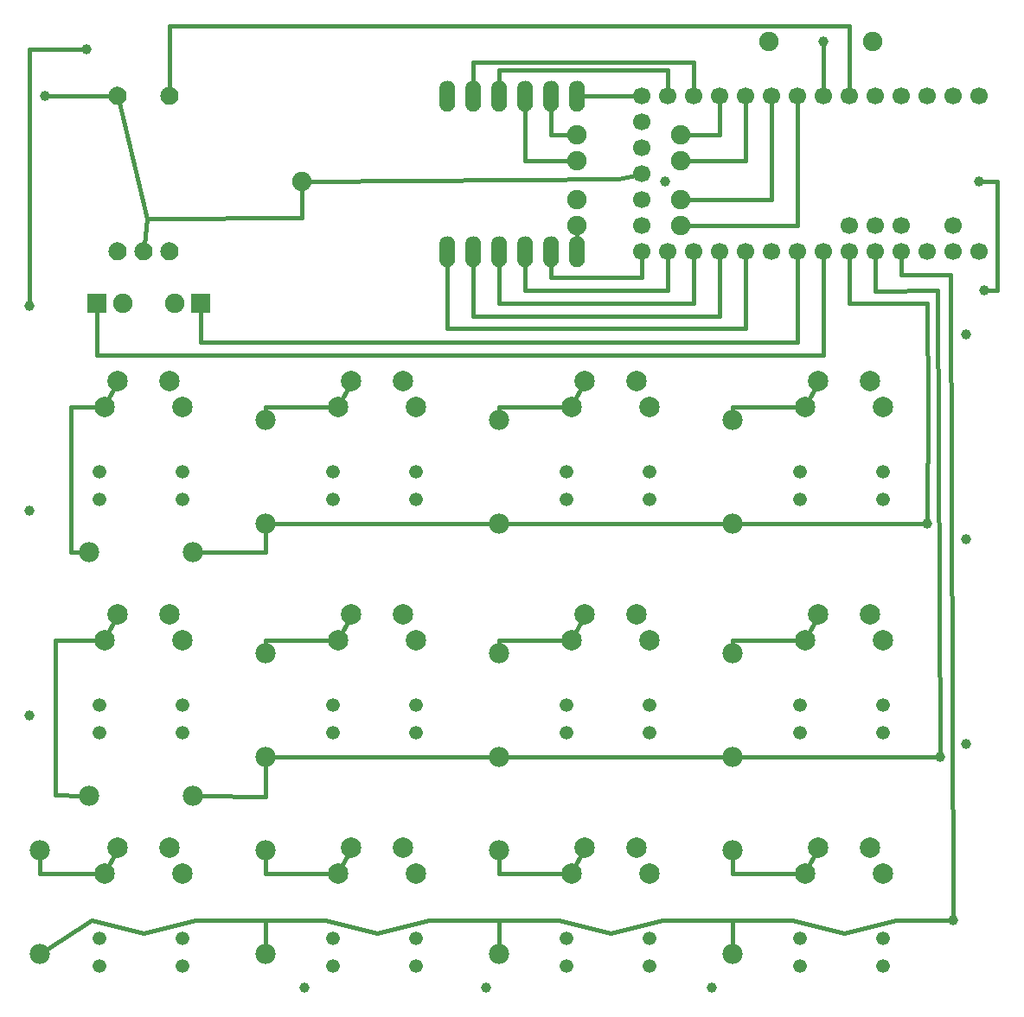
<source format=gbl>
G04 MADE WITH FRITZING*
G04 WWW.FRITZING.ORG*
G04 DOUBLE SIDED*
G04 HOLES PLATED*
G04 CONTOUR ON CENTER OF CONTOUR VECTOR*
%ASAXBY*%
%FSLAX23Y23*%
%MOIN*%
%OFA0B0*%
%SFA1.0B1.0*%
%ADD10C,0.039370*%
%ADD11C,0.066889*%
%ADD12C,0.075433*%
%ADD13C,0.075000*%
%ADD14C,0.078000*%
%ADD15C,0.070000*%
%ADD16C,0.052361*%
%ADD17C,0.078639*%
%ADD18C,0.058759*%
%ADD19R,0.075000X0.075000*%
%ADD20C,0.016000*%
%ADD21R,0.001000X0.001000*%
%LNCOPPER0*%
G90*
G70*
G54D10*
X2610Y3257D03*
G54D11*
X2520Y2987D03*
X2620Y2987D03*
X2720Y2987D03*
X2820Y2987D03*
X2920Y2987D03*
X3020Y2987D03*
X3120Y2987D03*
X3220Y2987D03*
X3320Y2987D03*
X3420Y2987D03*
X3520Y2987D03*
X3620Y2987D03*
X3720Y2987D03*
X3820Y2987D03*
X3720Y3087D03*
X3420Y3087D03*
X3520Y3087D03*
X2520Y3587D03*
X2620Y3587D03*
X2720Y3587D03*
X2820Y3587D03*
X2920Y3587D03*
X3020Y3587D03*
X3120Y3587D03*
X3220Y3587D03*
X3320Y3587D03*
X3420Y3587D03*
X3520Y3587D03*
X3620Y3587D03*
X3720Y3587D03*
X3820Y3587D03*
X3320Y3087D03*
X2520Y3387D03*
X2520Y3487D03*
X2520Y3287D03*
X2520Y3087D03*
X2520Y3187D03*
G54D10*
X3220Y3797D03*
X380Y3767D03*
X160Y2777D03*
G54D12*
X1210Y3257D03*
G54D13*
X3010Y3797D03*
X3410Y3797D03*
X2270Y3087D03*
X2670Y3087D03*
X2270Y3437D03*
X2670Y3437D03*
X2270Y3337D03*
X2670Y3337D03*
X2270Y3187D03*
X2670Y3187D03*
G54D14*
X200Y677D03*
X200Y277D03*
X200Y677D03*
X200Y277D03*
X200Y677D03*
X200Y277D03*
X1070Y677D03*
X1070Y277D03*
X1070Y677D03*
X1070Y277D03*
X1070Y677D03*
X1070Y277D03*
X1970Y677D03*
X1970Y277D03*
X1970Y677D03*
X1970Y277D03*
X1970Y677D03*
X1970Y277D03*
X2870Y677D03*
X2870Y277D03*
X2870Y677D03*
X2870Y277D03*
X2870Y677D03*
X2870Y277D03*
X2870Y1437D03*
X2870Y1037D03*
X2870Y1437D03*
X2870Y1037D03*
X2870Y1437D03*
X2870Y1037D03*
X1970Y1437D03*
X1970Y1037D03*
X1970Y1437D03*
X1970Y1037D03*
X1970Y1437D03*
X1970Y1037D03*
X1070Y1437D03*
X1070Y1037D03*
X1070Y1437D03*
X1070Y1037D03*
X1070Y1437D03*
X1070Y1037D03*
X390Y887D03*
X790Y887D03*
X390Y887D03*
X790Y887D03*
X390Y887D03*
X790Y887D03*
X2870Y2337D03*
X2870Y1937D03*
X2870Y2337D03*
X2870Y1937D03*
X2870Y2337D03*
X2870Y1937D03*
X1970Y2337D03*
X1970Y1937D03*
X1970Y2337D03*
X1970Y1937D03*
X1970Y2337D03*
X1970Y1937D03*
X1070Y2337D03*
X1070Y1937D03*
X1070Y2337D03*
X1070Y1937D03*
X1070Y2337D03*
X1070Y1937D03*
X390Y1827D03*
X790Y1827D03*
X390Y1827D03*
X790Y1827D03*
X390Y1827D03*
X790Y1827D03*
G54D13*
X820Y2787D03*
X720Y2787D03*
X820Y2787D03*
X720Y2787D03*
X420Y2787D03*
X520Y2787D03*
X420Y2787D03*
X520Y2787D03*
G54D15*
X500Y2987D03*
X600Y2987D03*
X700Y2987D03*
X500Y3587D03*
X700Y3587D03*
G54D16*
X750Y1238D03*
X431Y1238D03*
X750Y1132D03*
X431Y1132D03*
G54D17*
X450Y1487D03*
X500Y1587D03*
X700Y1587D03*
X750Y1487D03*
G54D16*
X750Y337D03*
X431Y337D03*
X750Y231D03*
X431Y231D03*
G54D17*
X450Y586D03*
X500Y686D03*
X700Y686D03*
X750Y586D03*
G54D16*
X3450Y2137D03*
X3131Y2137D03*
X3450Y2031D03*
X3131Y2031D03*
G54D17*
X3150Y2386D03*
X3200Y2486D03*
X3400Y2486D03*
X3450Y2386D03*
G54D16*
X2550Y2138D03*
X2231Y2138D03*
X2550Y2032D03*
X2231Y2032D03*
G54D17*
X2250Y2387D03*
X2300Y2487D03*
X2500Y2487D03*
X2550Y2387D03*
G54D16*
X1650Y2137D03*
X1331Y2137D03*
X1650Y2031D03*
X1331Y2031D03*
G54D17*
X1350Y2386D03*
X1400Y2486D03*
X1600Y2486D03*
X1650Y2386D03*
G54D16*
X750Y2138D03*
X431Y2138D03*
X750Y2032D03*
X431Y2032D03*
G54D17*
X451Y2387D03*
X500Y2487D03*
X700Y2487D03*
X750Y2387D03*
G54D16*
X3450Y1237D03*
X3131Y1237D03*
X3450Y1131D03*
X3131Y1131D03*
G54D17*
X3150Y1486D03*
X3200Y1586D03*
X3400Y1586D03*
X3450Y1486D03*
G54D16*
X2550Y1238D03*
X2231Y1238D03*
X2550Y1132D03*
X2231Y1132D03*
G54D17*
X2250Y1487D03*
X2300Y1587D03*
X2500Y1587D03*
X2550Y1487D03*
G54D16*
X1650Y1237D03*
X1331Y1237D03*
X1650Y1131D03*
X1331Y1131D03*
G54D17*
X1350Y1486D03*
X1400Y1586D03*
X1600Y1586D03*
X1650Y1486D03*
G54D16*
X1650Y338D03*
X1331Y338D03*
X1650Y232D03*
X1331Y232D03*
G54D17*
X1351Y587D03*
X1401Y687D03*
X1600Y687D03*
X1650Y587D03*
G54D16*
X2550Y338D03*
X2231Y338D03*
X2550Y232D03*
X2231Y232D03*
G54D17*
X2251Y587D03*
X2300Y687D03*
X2500Y687D03*
X2550Y587D03*
G54D16*
X3450Y338D03*
X3131Y338D03*
X3450Y232D03*
X3131Y232D03*
G54D17*
X3150Y587D03*
X3200Y687D03*
X3400Y687D03*
X3450Y587D03*
G54D10*
X3670Y1037D03*
X3720Y407D03*
X3840Y2837D03*
X3820Y3257D03*
G54D18*
X1770Y3586D03*
X1870Y3586D03*
X1970Y3586D03*
X2070Y3586D03*
X2170Y3586D03*
X2270Y3587D03*
X1770Y2986D03*
X1870Y2986D03*
X1970Y2986D03*
X2070Y2986D03*
X2170Y2986D03*
X2270Y2987D03*
G54D10*
X3620Y1937D03*
X160Y1987D03*
X160Y1197D03*
X2790Y147D03*
X1920Y147D03*
X1220Y147D03*
X3770Y1087D03*
X3770Y1877D03*
X3770Y2667D03*
X220Y3587D03*
G54D19*
X820Y2787D03*
X820Y2787D03*
X420Y2787D03*
X420Y2787D03*
G54D20*
X3220Y3784D02*
X3220Y3612D01*
D02*
X159Y3768D02*
X367Y3767D01*
D02*
X160Y2790D02*
X159Y3768D01*
D02*
X819Y2636D02*
X3119Y2636D01*
D02*
X3119Y2636D02*
X3120Y2962D01*
D02*
X820Y2764D02*
X819Y2636D01*
D02*
X3021Y3186D02*
X2693Y3187D01*
D02*
X3020Y3562D02*
X3021Y3186D01*
D02*
X3120Y3088D02*
X2693Y3087D01*
D02*
X3120Y3562D02*
X3120Y3088D01*
D02*
X2920Y3336D02*
X2693Y3337D01*
D02*
X2920Y3562D02*
X2920Y3336D01*
D02*
X2820Y3436D02*
X2693Y3437D01*
D02*
X2820Y3562D02*
X2820Y3436D01*
D02*
X600Y356D02*
X399Y407D01*
D02*
X399Y407D02*
X221Y291D01*
D02*
X801Y407D02*
X600Y356D01*
D02*
X1069Y407D02*
X801Y407D01*
D02*
X1070Y302D02*
X1069Y407D01*
D02*
X1499Y357D02*
X1699Y406D01*
D02*
X1299Y406D02*
X1499Y357D01*
D02*
X1699Y406D02*
X1971Y406D01*
D02*
X1971Y406D02*
X1970Y302D01*
D02*
X1070Y302D02*
X1070Y406D01*
D02*
X1971Y406D02*
X1970Y302D01*
D02*
X2200Y406D02*
X1971Y406D01*
D02*
X2600Y406D02*
X2400Y357D01*
D02*
X2400Y357D02*
X2200Y406D01*
D02*
X2870Y302D02*
X2870Y406D01*
D02*
X3100Y407D02*
X2869Y407D01*
D02*
X3707Y407D02*
X3499Y407D01*
D02*
X3499Y407D02*
X3301Y356D01*
D02*
X2869Y407D02*
X2870Y302D01*
D02*
X3301Y356D02*
X3100Y407D01*
D02*
X2845Y1037D02*
X1995Y1037D01*
D02*
X3657Y1037D02*
X2895Y1037D01*
D02*
X1945Y1037D02*
X1095Y1037D01*
D02*
X1070Y1012D02*
X1070Y885D01*
D02*
X2869Y2386D02*
X2870Y2362D01*
D02*
X3126Y2386D02*
X2869Y2386D01*
D02*
X1969Y2386D02*
X1970Y2362D01*
D02*
X2226Y2387D02*
X1969Y2386D01*
D02*
X1945Y1937D02*
X1095Y1937D01*
D02*
X2845Y1937D02*
X1995Y1937D01*
D02*
X3126Y587D02*
X2869Y586D01*
D02*
X2869Y586D02*
X2870Y652D01*
D02*
X3161Y609D02*
X3189Y666D01*
D02*
X2227Y587D02*
X1969Y586D01*
D02*
X1969Y586D02*
X1970Y652D01*
D02*
X2261Y609D02*
X2290Y666D01*
D02*
X1361Y609D02*
X1390Y665D01*
D02*
X1327Y587D02*
X1070Y586D01*
D02*
X1070Y586D02*
X1070Y652D01*
D02*
X461Y608D02*
X490Y665D01*
D02*
X426Y586D02*
X199Y586D01*
D02*
X199Y586D02*
X200Y652D01*
D02*
X461Y1509D02*
X489Y1566D01*
D02*
X1326Y1486D02*
X1070Y1486D01*
D02*
X1070Y1486D02*
X1070Y1462D01*
D02*
X1361Y1508D02*
X1390Y1565D01*
D02*
X2226Y1487D02*
X1969Y1486D01*
D02*
X1969Y1486D02*
X1970Y1462D01*
D02*
X2289Y1565D02*
X2261Y1509D01*
D02*
X3126Y1486D02*
X2869Y1486D01*
D02*
X2869Y1486D02*
X2869Y1462D01*
D02*
X3161Y1508D02*
X3190Y1565D01*
D02*
X3161Y2408D02*
X3190Y2465D01*
D02*
X2261Y2409D02*
X2289Y2466D01*
D02*
X1361Y2408D02*
X1390Y2465D01*
D02*
X461Y2409D02*
X490Y2466D01*
D02*
X1326Y2386D02*
X1070Y2386D01*
D02*
X1070Y2386D02*
X1070Y2362D01*
D02*
X3220Y2962D02*
X3221Y2587D01*
D02*
X3221Y2587D02*
X420Y2587D01*
D02*
X420Y2587D02*
X420Y2764D01*
D02*
X700Y3856D02*
X700Y3608D01*
D02*
X3320Y3856D02*
X700Y3856D01*
D02*
X3320Y3612D02*
X3320Y3856D01*
D02*
X3661Y2837D02*
X3421Y2835D01*
D02*
X3421Y2835D02*
X3420Y2962D01*
D02*
X3670Y1050D02*
X3661Y2837D01*
D02*
X1069Y1828D02*
X1070Y1912D01*
D02*
X815Y1827D02*
X1069Y1828D01*
D02*
X320Y2388D02*
X320Y1828D01*
D02*
X320Y1828D02*
X365Y1827D01*
D02*
X427Y2387D02*
X320Y2388D01*
D02*
X259Y889D02*
X260Y1488D01*
D02*
X260Y1488D02*
X426Y1487D01*
D02*
X365Y887D02*
X259Y889D01*
D02*
X3891Y3257D02*
X3834Y3257D01*
D02*
X3854Y2837D02*
X3890Y2836D01*
D02*
X3890Y2836D02*
X3891Y3257D01*
D02*
X2431Y3268D02*
X2495Y3282D01*
D02*
X1233Y3257D02*
X2431Y3268D01*
D02*
X2069Y3336D02*
X2070Y3565D01*
D02*
X1869Y3718D02*
X2721Y3718D01*
D02*
X2169Y2888D02*
X2170Y2965D01*
D02*
X2620Y3612D02*
X2620Y3686D01*
D02*
X2519Y2888D02*
X2169Y2888D01*
D02*
X2720Y2787D02*
X1969Y2787D01*
D02*
X2720Y2962D02*
X2720Y2787D01*
D02*
X1870Y3606D02*
X1869Y3718D01*
D02*
X2169Y3436D02*
X2170Y3565D01*
D02*
X2818Y2736D02*
X1871Y2736D01*
D02*
X2071Y2837D02*
X2070Y2965D01*
D02*
X2247Y3337D02*
X2069Y3336D01*
D02*
X1969Y2787D02*
X1970Y2965D01*
D02*
X2270Y3064D02*
X2270Y3008D01*
D02*
X2620Y2962D02*
X2619Y2837D01*
D02*
X2520Y2962D02*
X2519Y2888D01*
D02*
X2619Y2837D02*
X2071Y2837D01*
D02*
X2920Y2689D02*
X1770Y2689D01*
D02*
X1770Y2689D02*
X1770Y2965D01*
D02*
X1970Y3686D02*
X1970Y3606D01*
D02*
X2721Y3718D02*
X2720Y3612D01*
D02*
X2620Y3686D02*
X1970Y3686D01*
D02*
X2820Y2962D02*
X2818Y2736D01*
D02*
X2920Y2962D02*
X2920Y2689D01*
D02*
X2247Y3437D02*
X2169Y3436D01*
D02*
X2495Y3587D02*
X2291Y3587D01*
D02*
X1871Y2736D02*
X1870Y2965D01*
D02*
X3607Y1937D02*
X2895Y1937D01*
D02*
X3618Y2787D02*
X3321Y2788D01*
D02*
X3321Y2788D02*
X3320Y2962D01*
D02*
X3622Y2386D02*
X3618Y2787D01*
D02*
X3620Y1950D02*
X3622Y2386D01*
D02*
X1070Y885D02*
X815Y887D01*
D02*
X2870Y406D02*
X2600Y406D01*
D02*
X1070Y406D02*
X1299Y406D01*
D02*
X3711Y2896D02*
X3720Y426D01*
D02*
X3520Y2898D02*
X3711Y2896D01*
D02*
X3520Y2962D02*
X3520Y2898D01*
D02*
X480Y3587D02*
X234Y3587D01*
D02*
X614Y3113D02*
X603Y3013D01*
D02*
X1211Y3116D02*
X614Y3113D01*
D02*
X1210Y3234D02*
X1211Y3116D01*
D02*
X614Y3113D02*
X506Y3562D01*
G54D21*
X1770Y3646D02*
X1771Y3646D01*
X1870Y3646D02*
X1871Y3646D01*
X1970Y3646D02*
X1971Y3646D01*
X2070Y3646D02*
X2071Y3646D01*
X2170Y3646D02*
X2171Y3646D01*
X2269Y3646D02*
X2271Y3646D01*
X1763Y3645D02*
X1777Y3645D01*
X1863Y3645D02*
X1877Y3645D01*
X1963Y3645D02*
X1977Y3645D01*
X2063Y3645D02*
X2077Y3645D01*
X2163Y3645D02*
X2177Y3645D01*
X2263Y3645D02*
X2277Y3645D01*
X1760Y3644D02*
X1780Y3644D01*
X1860Y3644D02*
X1880Y3644D01*
X1960Y3644D02*
X1980Y3644D01*
X2060Y3644D02*
X2080Y3644D01*
X2160Y3644D02*
X2180Y3644D01*
X2260Y3644D02*
X2280Y3644D01*
X1757Y3643D02*
X1783Y3643D01*
X1857Y3643D02*
X1883Y3643D01*
X1957Y3643D02*
X1983Y3643D01*
X2057Y3643D02*
X2083Y3643D01*
X2157Y3643D02*
X2183Y3643D01*
X2257Y3643D02*
X2283Y3643D01*
X1756Y3642D02*
X1785Y3642D01*
X1856Y3642D02*
X1885Y3642D01*
X1956Y3642D02*
X1985Y3642D01*
X2056Y3642D02*
X2085Y3642D01*
X2156Y3642D02*
X2185Y3642D01*
X2256Y3642D02*
X2285Y3642D01*
X1754Y3641D02*
X1786Y3641D01*
X1854Y3641D02*
X1886Y3641D01*
X1954Y3641D02*
X1986Y3641D01*
X2054Y3641D02*
X2086Y3641D01*
X2154Y3641D02*
X2186Y3641D01*
X2254Y3641D02*
X2286Y3641D01*
X1753Y3640D02*
X1788Y3640D01*
X1853Y3640D02*
X1888Y3640D01*
X1953Y3640D02*
X1988Y3640D01*
X2053Y3640D02*
X2088Y3640D01*
X2153Y3640D02*
X2188Y3640D01*
X2252Y3640D02*
X2288Y3640D01*
X1751Y3639D02*
X1789Y3639D01*
X1851Y3639D02*
X1889Y3639D01*
X1951Y3639D02*
X1989Y3639D01*
X2051Y3639D02*
X2089Y3639D01*
X2151Y3639D02*
X2189Y3639D01*
X2251Y3639D02*
X2289Y3639D01*
X1750Y3638D02*
X1790Y3638D01*
X1850Y3638D02*
X1890Y3638D01*
X1950Y3638D02*
X1990Y3638D01*
X2050Y3638D02*
X2090Y3638D01*
X2150Y3638D02*
X2190Y3638D01*
X2250Y3638D02*
X2290Y3638D01*
X1749Y3637D02*
X1791Y3637D01*
X1849Y3637D02*
X1891Y3637D01*
X1949Y3637D02*
X1991Y3637D01*
X2049Y3637D02*
X2091Y3637D01*
X2149Y3637D02*
X2191Y3637D01*
X2249Y3637D02*
X2291Y3637D01*
X1748Y3636D02*
X1792Y3636D01*
X1848Y3636D02*
X1892Y3636D01*
X1948Y3636D02*
X1992Y3636D01*
X2048Y3636D02*
X2092Y3636D01*
X2148Y3636D02*
X2192Y3636D01*
X2248Y3636D02*
X2292Y3636D01*
X1747Y3635D02*
X1793Y3635D01*
X1847Y3635D02*
X1893Y3635D01*
X1947Y3635D02*
X1993Y3635D01*
X2047Y3635D02*
X2093Y3635D01*
X2147Y3635D02*
X2193Y3635D01*
X2247Y3635D02*
X2293Y3635D01*
X1747Y3634D02*
X1794Y3634D01*
X1847Y3634D02*
X1894Y3634D01*
X1947Y3634D02*
X1994Y3634D01*
X2047Y3634D02*
X2094Y3634D01*
X2147Y3634D02*
X2194Y3634D01*
X2247Y3634D02*
X2294Y3634D01*
X1746Y3633D02*
X1794Y3633D01*
X1846Y3633D02*
X1894Y3633D01*
X1946Y3633D02*
X1994Y3633D01*
X2046Y3633D02*
X2094Y3633D01*
X2146Y3633D02*
X2194Y3633D01*
X2246Y3633D02*
X2294Y3633D01*
X1745Y3632D02*
X1795Y3632D01*
X1845Y3632D02*
X1895Y3632D01*
X1945Y3632D02*
X1995Y3632D01*
X2045Y3632D02*
X2095Y3632D01*
X2145Y3632D02*
X2195Y3632D01*
X2245Y3632D02*
X2295Y3632D01*
X1745Y3631D02*
X1796Y3631D01*
X1845Y3631D02*
X1896Y3631D01*
X1945Y3631D02*
X1996Y3631D01*
X2045Y3631D02*
X2096Y3631D01*
X2145Y3631D02*
X2196Y3631D01*
X2245Y3631D02*
X2296Y3631D01*
X1744Y3630D02*
X1796Y3630D01*
X1844Y3630D02*
X1896Y3630D01*
X1944Y3630D02*
X1996Y3630D01*
X2044Y3630D02*
X2096Y3630D01*
X2144Y3630D02*
X2196Y3630D01*
X2244Y3630D02*
X2296Y3630D01*
X1744Y3629D02*
X1797Y3629D01*
X1844Y3629D02*
X1897Y3629D01*
X1944Y3629D02*
X1997Y3629D01*
X2044Y3629D02*
X2097Y3629D01*
X2144Y3629D02*
X2197Y3629D01*
X2243Y3629D02*
X2297Y3629D01*
X1743Y3628D02*
X1797Y3628D01*
X1843Y3628D02*
X1897Y3628D01*
X1943Y3628D02*
X1997Y3628D01*
X2043Y3628D02*
X2097Y3628D01*
X2143Y3628D02*
X2197Y3628D01*
X2243Y3628D02*
X2297Y3628D01*
X1743Y3627D02*
X1797Y3627D01*
X1843Y3627D02*
X1897Y3627D01*
X1943Y3627D02*
X1997Y3627D01*
X2043Y3627D02*
X2097Y3627D01*
X2143Y3627D02*
X2197Y3627D01*
X2243Y3627D02*
X2297Y3627D01*
X1742Y3626D02*
X1798Y3626D01*
X1842Y3626D02*
X1898Y3626D01*
X1942Y3626D02*
X1998Y3626D01*
X2042Y3626D02*
X2098Y3626D01*
X2142Y3626D02*
X2198Y3626D01*
X2242Y3626D02*
X2298Y3626D01*
X1742Y3625D02*
X1798Y3625D01*
X1842Y3625D02*
X1898Y3625D01*
X1942Y3625D02*
X1998Y3625D01*
X2042Y3625D02*
X2098Y3625D01*
X2142Y3625D02*
X2198Y3625D01*
X2242Y3625D02*
X2298Y3625D01*
X1742Y3624D02*
X1798Y3624D01*
X1842Y3624D02*
X1898Y3624D01*
X1942Y3624D02*
X1998Y3624D01*
X2042Y3624D02*
X2098Y3624D01*
X2142Y3624D02*
X2198Y3624D01*
X2242Y3624D02*
X2298Y3624D01*
X1741Y3623D02*
X1799Y3623D01*
X1841Y3623D02*
X1899Y3623D01*
X1941Y3623D02*
X1999Y3623D01*
X2041Y3623D02*
X2099Y3623D01*
X2141Y3623D02*
X2199Y3623D01*
X2241Y3623D02*
X2299Y3623D01*
X495Y3622D02*
X504Y3622D01*
X695Y3622D02*
X704Y3622D01*
X1741Y3622D02*
X1799Y3622D01*
X1841Y3622D02*
X1899Y3622D01*
X1941Y3622D02*
X1999Y3622D01*
X2041Y3622D02*
X2099Y3622D01*
X2141Y3622D02*
X2199Y3622D01*
X2241Y3622D02*
X2299Y3622D01*
X491Y3621D02*
X508Y3621D01*
X691Y3621D02*
X708Y3621D01*
X1741Y3621D02*
X1799Y3621D01*
X1841Y3621D02*
X1899Y3621D01*
X1941Y3621D02*
X1999Y3621D01*
X2041Y3621D02*
X2099Y3621D01*
X2141Y3621D02*
X2199Y3621D01*
X2241Y3621D02*
X2299Y3621D01*
X488Y3620D02*
X511Y3620D01*
X688Y3620D02*
X711Y3620D01*
X1741Y3620D02*
X1799Y3620D01*
X1841Y3620D02*
X1899Y3620D01*
X1941Y3620D02*
X1999Y3620D01*
X2041Y3620D02*
X2099Y3620D01*
X2141Y3620D02*
X2199Y3620D01*
X2241Y3620D02*
X2299Y3620D01*
X485Y3619D02*
X514Y3619D01*
X685Y3619D02*
X714Y3619D01*
X1741Y3619D02*
X1799Y3619D01*
X1841Y3619D02*
X1899Y3619D01*
X1941Y3619D02*
X1999Y3619D01*
X2041Y3619D02*
X2099Y3619D01*
X2141Y3619D02*
X2199Y3619D01*
X2241Y3619D02*
X2299Y3619D01*
X483Y3618D02*
X516Y3618D01*
X683Y3618D02*
X716Y3618D01*
X1741Y3618D02*
X1799Y3618D01*
X1841Y3618D02*
X1899Y3618D01*
X1941Y3618D02*
X1999Y3618D01*
X2041Y3618D02*
X2099Y3618D01*
X2141Y3618D02*
X2199Y3618D01*
X2241Y3618D02*
X2299Y3618D01*
X482Y3617D02*
X518Y3617D01*
X682Y3617D02*
X718Y3617D01*
X1741Y3617D02*
X1800Y3617D01*
X1841Y3617D02*
X1900Y3617D01*
X1941Y3617D02*
X2000Y3617D01*
X2041Y3617D02*
X2100Y3617D01*
X2141Y3617D02*
X2200Y3617D01*
X2241Y3617D02*
X2299Y3617D01*
X480Y3616D02*
X519Y3616D01*
X680Y3616D02*
X719Y3616D01*
X1741Y3616D02*
X1800Y3616D01*
X1841Y3616D02*
X1900Y3616D01*
X1941Y3616D02*
X2000Y3616D01*
X2041Y3616D02*
X2100Y3616D01*
X2141Y3616D02*
X2200Y3616D01*
X2241Y3616D02*
X2300Y3616D01*
X479Y3615D02*
X521Y3615D01*
X679Y3615D02*
X721Y3615D01*
X1741Y3615D02*
X1800Y3615D01*
X1841Y3615D02*
X1900Y3615D01*
X1941Y3615D02*
X2000Y3615D01*
X2041Y3615D02*
X2100Y3615D01*
X2141Y3615D02*
X2200Y3615D01*
X2241Y3615D02*
X2300Y3615D01*
X477Y3614D02*
X522Y3614D01*
X677Y3614D02*
X722Y3614D01*
X1741Y3614D02*
X1800Y3614D01*
X1841Y3614D02*
X1900Y3614D01*
X1941Y3614D02*
X2000Y3614D01*
X2041Y3614D02*
X2100Y3614D01*
X2141Y3614D02*
X2200Y3614D01*
X2241Y3614D02*
X2300Y3614D01*
X476Y3613D02*
X523Y3613D01*
X676Y3613D02*
X723Y3613D01*
X1741Y3613D02*
X1800Y3613D01*
X1841Y3613D02*
X1900Y3613D01*
X1941Y3613D02*
X2000Y3613D01*
X2041Y3613D02*
X2100Y3613D01*
X2141Y3613D02*
X2200Y3613D01*
X2241Y3613D02*
X2300Y3613D01*
X475Y3612D02*
X524Y3612D01*
X675Y3612D02*
X724Y3612D01*
X1741Y3612D02*
X1800Y3612D01*
X1841Y3612D02*
X1900Y3612D01*
X1941Y3612D02*
X2000Y3612D01*
X2041Y3612D02*
X2100Y3612D01*
X2141Y3612D02*
X2200Y3612D01*
X2241Y3612D02*
X2300Y3612D01*
X474Y3611D02*
X525Y3611D01*
X674Y3611D02*
X725Y3611D01*
X1741Y3611D02*
X1800Y3611D01*
X1841Y3611D02*
X1900Y3611D01*
X1941Y3611D02*
X2000Y3611D01*
X2041Y3611D02*
X2100Y3611D01*
X2141Y3611D02*
X2200Y3611D01*
X2241Y3611D02*
X2300Y3611D01*
X473Y3610D02*
X526Y3610D01*
X673Y3610D02*
X726Y3610D01*
X1741Y3610D02*
X1800Y3610D01*
X1841Y3610D02*
X1900Y3610D01*
X1941Y3610D02*
X2000Y3610D01*
X2041Y3610D02*
X2100Y3610D01*
X2141Y3610D02*
X2200Y3610D01*
X2241Y3610D02*
X2300Y3610D01*
X473Y3609D02*
X527Y3609D01*
X673Y3609D02*
X727Y3609D01*
X1741Y3609D02*
X1800Y3609D01*
X1841Y3609D02*
X1900Y3609D01*
X1941Y3609D02*
X2000Y3609D01*
X2041Y3609D02*
X2100Y3609D01*
X2141Y3609D02*
X2200Y3609D01*
X2241Y3609D02*
X2300Y3609D01*
X472Y3608D02*
X527Y3608D01*
X672Y3608D02*
X727Y3608D01*
X1741Y3608D02*
X1800Y3608D01*
X1841Y3608D02*
X1900Y3608D01*
X1941Y3608D02*
X2000Y3608D01*
X2041Y3608D02*
X2100Y3608D01*
X2141Y3608D02*
X2200Y3608D01*
X2241Y3608D02*
X2300Y3608D01*
X471Y3607D02*
X528Y3607D01*
X671Y3607D02*
X728Y3607D01*
X1741Y3607D02*
X1800Y3607D01*
X1841Y3607D02*
X1900Y3607D01*
X1941Y3607D02*
X2000Y3607D01*
X2041Y3607D02*
X2100Y3607D01*
X2141Y3607D02*
X2200Y3607D01*
X2241Y3607D02*
X2300Y3607D01*
X471Y3606D02*
X529Y3606D01*
X671Y3606D02*
X729Y3606D01*
X1741Y3606D02*
X1769Y3606D01*
X1771Y3606D02*
X1800Y3606D01*
X1841Y3606D02*
X1869Y3606D01*
X1871Y3606D02*
X1900Y3606D01*
X1941Y3606D02*
X1969Y3606D01*
X1971Y3606D02*
X2000Y3606D01*
X2041Y3606D02*
X2069Y3606D01*
X2071Y3606D02*
X2100Y3606D01*
X2141Y3606D02*
X2169Y3606D01*
X2171Y3606D02*
X2200Y3606D01*
X2241Y3606D02*
X2269Y3606D01*
X2271Y3606D02*
X2300Y3606D01*
X470Y3605D02*
X529Y3605D01*
X670Y3605D02*
X729Y3605D01*
X1741Y3605D02*
X1763Y3605D01*
X1777Y3605D02*
X1800Y3605D01*
X1841Y3605D02*
X1863Y3605D01*
X1877Y3605D02*
X1900Y3605D01*
X1941Y3605D02*
X1963Y3605D01*
X1977Y3605D02*
X2000Y3605D01*
X2041Y3605D02*
X2063Y3605D01*
X2077Y3605D02*
X2100Y3605D01*
X2141Y3605D02*
X2163Y3605D01*
X2177Y3605D02*
X2200Y3605D01*
X2241Y3605D02*
X2263Y3605D01*
X2277Y3605D02*
X2300Y3605D01*
X469Y3604D02*
X530Y3604D01*
X669Y3604D02*
X730Y3604D01*
X1741Y3604D02*
X1761Y3604D01*
X1779Y3604D02*
X1800Y3604D01*
X1841Y3604D02*
X1861Y3604D01*
X1879Y3604D02*
X1900Y3604D01*
X1941Y3604D02*
X1961Y3604D01*
X1979Y3604D02*
X2000Y3604D01*
X2041Y3604D02*
X2061Y3604D01*
X2079Y3604D02*
X2100Y3604D01*
X2141Y3604D02*
X2161Y3604D01*
X2179Y3604D02*
X2200Y3604D01*
X2241Y3604D02*
X2261Y3604D01*
X2279Y3604D02*
X2300Y3604D01*
X469Y3603D02*
X530Y3603D01*
X669Y3603D02*
X730Y3603D01*
X1741Y3603D02*
X1759Y3603D01*
X1781Y3603D02*
X1800Y3603D01*
X1841Y3603D02*
X1859Y3603D01*
X1881Y3603D02*
X1900Y3603D01*
X1941Y3603D02*
X1959Y3603D01*
X1981Y3603D02*
X2000Y3603D01*
X2041Y3603D02*
X2059Y3603D01*
X2081Y3603D02*
X2100Y3603D01*
X2141Y3603D02*
X2159Y3603D01*
X2181Y3603D02*
X2200Y3603D01*
X2241Y3603D02*
X2259Y3603D01*
X2281Y3603D02*
X2300Y3603D01*
X469Y3602D02*
X495Y3602D01*
X504Y3602D02*
X531Y3602D01*
X669Y3602D02*
X695Y3602D01*
X704Y3602D02*
X731Y3602D01*
X1741Y3602D02*
X1758Y3602D01*
X1782Y3602D02*
X1800Y3602D01*
X1841Y3602D02*
X1858Y3602D01*
X1882Y3602D02*
X1900Y3602D01*
X1941Y3602D02*
X1958Y3602D01*
X1982Y3602D02*
X2000Y3602D01*
X2041Y3602D02*
X2058Y3602D01*
X2082Y3602D02*
X2100Y3602D01*
X2141Y3602D02*
X2158Y3602D01*
X2182Y3602D02*
X2200Y3602D01*
X2241Y3602D02*
X2258Y3602D01*
X2282Y3602D02*
X2300Y3602D01*
X468Y3601D02*
X492Y3601D01*
X507Y3601D02*
X531Y3601D01*
X668Y3601D02*
X692Y3601D01*
X707Y3601D02*
X731Y3601D01*
X1741Y3601D02*
X1756Y3601D01*
X1784Y3601D02*
X1800Y3601D01*
X1841Y3601D02*
X1856Y3601D01*
X1884Y3601D02*
X1900Y3601D01*
X1941Y3601D02*
X1956Y3601D01*
X1984Y3601D02*
X2000Y3601D01*
X2041Y3601D02*
X2056Y3601D01*
X2084Y3601D02*
X2100Y3601D01*
X2141Y3601D02*
X2156Y3601D01*
X2184Y3601D02*
X2200Y3601D01*
X2241Y3601D02*
X2256Y3601D01*
X2284Y3601D02*
X2300Y3601D01*
X468Y3600D02*
X491Y3600D01*
X508Y3600D02*
X532Y3600D01*
X668Y3600D02*
X691Y3600D01*
X708Y3600D02*
X732Y3600D01*
X1741Y3600D02*
X1755Y3600D01*
X1785Y3600D02*
X1800Y3600D01*
X1841Y3600D02*
X1855Y3600D01*
X1885Y3600D02*
X1900Y3600D01*
X1941Y3600D02*
X1955Y3600D01*
X1985Y3600D02*
X2000Y3600D01*
X2041Y3600D02*
X2055Y3600D01*
X2085Y3600D02*
X2100Y3600D01*
X2141Y3600D02*
X2155Y3600D01*
X2185Y3600D02*
X2200Y3600D01*
X2241Y3600D02*
X2255Y3600D01*
X2285Y3600D02*
X2300Y3600D01*
X467Y3599D02*
X490Y3599D01*
X510Y3599D02*
X532Y3599D01*
X667Y3599D02*
X690Y3599D01*
X710Y3599D02*
X732Y3599D01*
X1741Y3599D02*
X1754Y3599D01*
X1786Y3599D02*
X1800Y3599D01*
X1841Y3599D02*
X1854Y3599D01*
X1886Y3599D02*
X1900Y3599D01*
X1941Y3599D02*
X1954Y3599D01*
X1986Y3599D02*
X2000Y3599D01*
X2041Y3599D02*
X2054Y3599D01*
X2086Y3599D02*
X2100Y3599D01*
X2141Y3599D02*
X2154Y3599D01*
X2186Y3599D02*
X2200Y3599D01*
X2241Y3599D02*
X2254Y3599D01*
X2286Y3599D02*
X2300Y3599D01*
X467Y3598D02*
X488Y3598D01*
X511Y3598D02*
X532Y3598D01*
X667Y3598D02*
X688Y3598D01*
X711Y3598D02*
X732Y3598D01*
X1741Y3598D02*
X1754Y3598D01*
X1786Y3598D02*
X1800Y3598D01*
X1841Y3598D02*
X1854Y3598D01*
X1886Y3598D02*
X1900Y3598D01*
X1941Y3598D02*
X1954Y3598D01*
X1986Y3598D02*
X2000Y3598D01*
X2041Y3598D02*
X2054Y3598D01*
X2086Y3598D02*
X2100Y3598D01*
X2141Y3598D02*
X2154Y3598D01*
X2186Y3598D02*
X2200Y3598D01*
X2241Y3598D02*
X2254Y3598D01*
X2286Y3598D02*
X2300Y3598D01*
X467Y3597D02*
X488Y3597D01*
X512Y3597D02*
X533Y3597D01*
X667Y3597D02*
X688Y3597D01*
X712Y3597D02*
X733Y3597D01*
X1741Y3597D02*
X1753Y3597D01*
X1787Y3597D02*
X1800Y3597D01*
X1841Y3597D02*
X1853Y3597D01*
X1887Y3597D02*
X1900Y3597D01*
X1941Y3597D02*
X1953Y3597D01*
X1987Y3597D02*
X2000Y3597D01*
X2041Y3597D02*
X2053Y3597D01*
X2087Y3597D02*
X2100Y3597D01*
X2141Y3597D02*
X2153Y3597D01*
X2187Y3597D02*
X2200Y3597D01*
X2241Y3597D02*
X2253Y3597D01*
X2287Y3597D02*
X2300Y3597D01*
X466Y3596D02*
X487Y3596D01*
X513Y3596D02*
X533Y3596D01*
X666Y3596D02*
X687Y3596D01*
X713Y3596D02*
X733Y3596D01*
X1741Y3596D02*
X1752Y3596D01*
X1788Y3596D02*
X1800Y3596D01*
X1841Y3596D02*
X1852Y3596D01*
X1888Y3596D02*
X1900Y3596D01*
X1941Y3596D02*
X1952Y3596D01*
X1988Y3596D02*
X2000Y3596D01*
X2041Y3596D02*
X2052Y3596D01*
X2088Y3596D02*
X2100Y3596D01*
X2141Y3596D02*
X2152Y3596D01*
X2188Y3596D02*
X2200Y3596D01*
X2241Y3596D02*
X2252Y3596D01*
X2288Y3596D02*
X2300Y3596D01*
X466Y3595D02*
X486Y3595D01*
X513Y3595D02*
X533Y3595D01*
X666Y3595D02*
X686Y3595D01*
X713Y3595D02*
X733Y3595D01*
X1741Y3595D02*
X1752Y3595D01*
X1788Y3595D02*
X1800Y3595D01*
X1841Y3595D02*
X1852Y3595D01*
X1888Y3595D02*
X1900Y3595D01*
X1941Y3595D02*
X1952Y3595D01*
X1988Y3595D02*
X2000Y3595D01*
X2041Y3595D02*
X2052Y3595D01*
X2088Y3595D02*
X2100Y3595D01*
X2141Y3595D02*
X2152Y3595D01*
X2188Y3595D02*
X2200Y3595D01*
X2241Y3595D02*
X2252Y3595D01*
X2288Y3595D02*
X2300Y3595D01*
X466Y3594D02*
X485Y3594D01*
X514Y3594D02*
X533Y3594D01*
X666Y3594D02*
X685Y3594D01*
X714Y3594D02*
X733Y3594D01*
X1741Y3594D02*
X1751Y3594D01*
X1789Y3594D02*
X1800Y3594D01*
X1841Y3594D02*
X1851Y3594D01*
X1889Y3594D02*
X1900Y3594D01*
X1941Y3594D02*
X1951Y3594D01*
X1989Y3594D02*
X2000Y3594D01*
X2041Y3594D02*
X2051Y3594D01*
X2089Y3594D02*
X2100Y3594D01*
X2141Y3594D02*
X2151Y3594D01*
X2189Y3594D02*
X2200Y3594D01*
X2241Y3594D02*
X2251Y3594D01*
X2289Y3594D02*
X2300Y3594D01*
X466Y3593D02*
X485Y3593D01*
X514Y3593D02*
X534Y3593D01*
X666Y3593D02*
X685Y3593D01*
X714Y3593D02*
X734Y3593D01*
X1741Y3593D02*
X1751Y3593D01*
X1789Y3593D02*
X1800Y3593D01*
X1841Y3593D02*
X1851Y3593D01*
X1889Y3593D02*
X1900Y3593D01*
X1941Y3593D02*
X1951Y3593D01*
X1989Y3593D02*
X2000Y3593D01*
X2041Y3593D02*
X2051Y3593D01*
X2089Y3593D02*
X2100Y3593D01*
X2141Y3593D02*
X2151Y3593D01*
X2189Y3593D02*
X2200Y3593D01*
X2241Y3593D02*
X2251Y3593D01*
X2289Y3593D02*
X2300Y3593D01*
X466Y3592D02*
X485Y3592D01*
X515Y3592D02*
X534Y3592D01*
X666Y3592D02*
X685Y3592D01*
X715Y3592D02*
X734Y3592D01*
X1741Y3592D02*
X1751Y3592D01*
X1790Y3592D02*
X1800Y3592D01*
X1841Y3592D02*
X1851Y3592D01*
X1890Y3592D02*
X1900Y3592D01*
X1941Y3592D02*
X1951Y3592D01*
X1990Y3592D02*
X2000Y3592D01*
X2041Y3592D02*
X2051Y3592D01*
X2090Y3592D02*
X2100Y3592D01*
X2141Y3592D02*
X2151Y3592D01*
X2190Y3592D02*
X2200Y3592D01*
X2241Y3592D02*
X2251Y3592D01*
X2290Y3592D02*
X2300Y3592D01*
X465Y3591D02*
X484Y3591D01*
X515Y3591D02*
X534Y3591D01*
X665Y3591D02*
X684Y3591D01*
X715Y3591D02*
X734Y3591D01*
X1741Y3591D02*
X1750Y3591D01*
X1790Y3591D02*
X1800Y3591D01*
X1841Y3591D02*
X1850Y3591D01*
X1890Y3591D02*
X1900Y3591D01*
X1941Y3591D02*
X1950Y3591D01*
X1990Y3591D02*
X2000Y3591D01*
X2041Y3591D02*
X2050Y3591D01*
X2090Y3591D02*
X2100Y3591D01*
X2141Y3591D02*
X2150Y3591D01*
X2190Y3591D02*
X2200Y3591D01*
X2241Y3591D02*
X2250Y3591D01*
X2290Y3591D02*
X2300Y3591D01*
X465Y3590D02*
X484Y3590D01*
X515Y3590D02*
X534Y3590D01*
X665Y3590D02*
X684Y3590D01*
X715Y3590D02*
X734Y3590D01*
X1741Y3590D02*
X1750Y3590D01*
X1790Y3590D02*
X1800Y3590D01*
X1841Y3590D02*
X1850Y3590D01*
X1890Y3590D02*
X1900Y3590D01*
X1941Y3590D02*
X1950Y3590D01*
X1990Y3590D02*
X2000Y3590D01*
X2041Y3590D02*
X2050Y3590D01*
X2090Y3590D02*
X2100Y3590D01*
X2141Y3590D02*
X2150Y3590D01*
X2190Y3590D02*
X2200Y3590D01*
X2241Y3590D02*
X2250Y3590D01*
X2290Y3590D02*
X2300Y3590D01*
X465Y3589D02*
X484Y3589D01*
X515Y3589D02*
X534Y3589D01*
X665Y3589D02*
X684Y3589D01*
X715Y3589D02*
X734Y3589D01*
X1741Y3589D02*
X1750Y3589D01*
X1790Y3589D02*
X1800Y3589D01*
X1841Y3589D02*
X1850Y3589D01*
X1890Y3589D02*
X1900Y3589D01*
X1941Y3589D02*
X1950Y3589D01*
X1990Y3589D02*
X2000Y3589D01*
X2041Y3589D02*
X2050Y3589D01*
X2090Y3589D02*
X2100Y3589D01*
X2141Y3589D02*
X2150Y3589D01*
X2190Y3589D02*
X2200Y3589D01*
X2241Y3589D02*
X2250Y3589D01*
X2290Y3589D02*
X2300Y3589D01*
X465Y3588D02*
X484Y3588D01*
X515Y3588D02*
X534Y3588D01*
X665Y3588D02*
X684Y3588D01*
X715Y3588D02*
X734Y3588D01*
X1741Y3588D02*
X1750Y3588D01*
X1790Y3588D02*
X1800Y3588D01*
X1841Y3588D02*
X1850Y3588D01*
X1890Y3588D02*
X1900Y3588D01*
X1941Y3588D02*
X1950Y3588D01*
X1990Y3588D02*
X2000Y3588D01*
X2041Y3588D02*
X2050Y3588D01*
X2090Y3588D02*
X2100Y3588D01*
X2141Y3588D02*
X2150Y3588D01*
X2190Y3588D02*
X2200Y3588D01*
X2241Y3588D02*
X2250Y3588D01*
X2290Y3588D02*
X2300Y3588D01*
X465Y3587D02*
X484Y3587D01*
X515Y3587D02*
X534Y3587D01*
X665Y3587D02*
X684Y3587D01*
X715Y3587D02*
X734Y3587D01*
X1741Y3587D02*
X1750Y3587D01*
X1790Y3587D02*
X1800Y3587D01*
X1841Y3587D02*
X1850Y3587D01*
X1890Y3587D02*
X1900Y3587D01*
X1941Y3587D02*
X1950Y3587D01*
X1990Y3587D02*
X2000Y3587D01*
X2041Y3587D02*
X2050Y3587D01*
X2090Y3587D02*
X2100Y3587D01*
X2141Y3587D02*
X2150Y3587D01*
X2190Y3587D02*
X2200Y3587D01*
X2241Y3587D02*
X2250Y3587D01*
X2290Y3587D02*
X2300Y3587D01*
X465Y3586D02*
X484Y3586D01*
X515Y3586D02*
X534Y3586D01*
X665Y3586D02*
X684Y3586D01*
X715Y3586D02*
X734Y3586D01*
X1741Y3586D02*
X1750Y3586D01*
X1791Y3586D02*
X1800Y3586D01*
X1841Y3586D02*
X1850Y3586D01*
X1891Y3586D02*
X1900Y3586D01*
X1941Y3586D02*
X1950Y3586D01*
X1991Y3586D02*
X2000Y3586D01*
X2041Y3586D02*
X2050Y3586D01*
X2091Y3586D02*
X2100Y3586D01*
X2141Y3586D02*
X2150Y3586D01*
X2191Y3586D02*
X2200Y3586D01*
X2241Y3586D02*
X2250Y3586D01*
X2291Y3586D02*
X2300Y3586D01*
X465Y3585D02*
X484Y3585D01*
X515Y3585D02*
X534Y3585D01*
X665Y3585D02*
X684Y3585D01*
X715Y3585D02*
X734Y3585D01*
X1741Y3585D02*
X1750Y3585D01*
X1790Y3585D02*
X1800Y3585D01*
X1841Y3585D02*
X1850Y3585D01*
X1890Y3585D02*
X1900Y3585D01*
X1941Y3585D02*
X1950Y3585D01*
X1990Y3585D02*
X2000Y3585D01*
X2041Y3585D02*
X2050Y3585D01*
X2090Y3585D02*
X2100Y3585D01*
X2141Y3585D02*
X2150Y3585D01*
X2190Y3585D02*
X2200Y3585D01*
X2241Y3585D02*
X2250Y3585D01*
X2290Y3585D02*
X2300Y3585D01*
X465Y3584D02*
X484Y3584D01*
X515Y3584D02*
X534Y3584D01*
X665Y3584D02*
X684Y3584D01*
X715Y3584D02*
X734Y3584D01*
X1741Y3584D02*
X1750Y3584D01*
X1790Y3584D02*
X1800Y3584D01*
X1841Y3584D02*
X1850Y3584D01*
X1890Y3584D02*
X1900Y3584D01*
X1941Y3584D02*
X1950Y3584D01*
X1990Y3584D02*
X2000Y3584D01*
X2041Y3584D02*
X2050Y3584D01*
X2090Y3584D02*
X2100Y3584D01*
X2141Y3584D02*
X2150Y3584D01*
X2190Y3584D02*
X2200Y3584D01*
X2241Y3584D02*
X2250Y3584D01*
X2290Y3584D02*
X2300Y3584D01*
X465Y3583D02*
X485Y3583D01*
X515Y3583D02*
X534Y3583D01*
X665Y3583D02*
X685Y3583D01*
X715Y3583D02*
X734Y3583D01*
X1741Y3583D02*
X1750Y3583D01*
X1790Y3583D02*
X1800Y3583D01*
X1841Y3583D02*
X1850Y3583D01*
X1890Y3583D02*
X1900Y3583D01*
X1941Y3583D02*
X1950Y3583D01*
X1990Y3583D02*
X2000Y3583D01*
X2041Y3583D02*
X2050Y3583D01*
X2090Y3583D02*
X2100Y3583D01*
X2141Y3583D02*
X2150Y3583D01*
X2190Y3583D02*
X2200Y3583D01*
X2241Y3583D02*
X2250Y3583D01*
X2290Y3583D02*
X2300Y3583D01*
X466Y3582D02*
X485Y3582D01*
X514Y3582D02*
X534Y3582D01*
X666Y3582D02*
X685Y3582D01*
X714Y3582D02*
X734Y3582D01*
X1741Y3582D02*
X1750Y3582D01*
X1790Y3582D02*
X1800Y3582D01*
X1841Y3582D02*
X1850Y3582D01*
X1890Y3582D02*
X1900Y3582D01*
X1941Y3582D02*
X1950Y3582D01*
X1990Y3582D02*
X2000Y3582D01*
X2041Y3582D02*
X2050Y3582D01*
X2090Y3582D02*
X2100Y3582D01*
X2141Y3582D02*
X2150Y3582D01*
X2190Y3582D02*
X2200Y3582D01*
X2241Y3582D02*
X2250Y3582D01*
X2290Y3582D02*
X2300Y3582D01*
X466Y3581D02*
X485Y3581D01*
X514Y3581D02*
X533Y3581D01*
X666Y3581D02*
X685Y3581D01*
X714Y3581D02*
X733Y3581D01*
X1741Y3581D02*
X1750Y3581D01*
X1790Y3581D02*
X1800Y3581D01*
X1841Y3581D02*
X1850Y3581D01*
X1890Y3581D02*
X1900Y3581D01*
X1941Y3581D02*
X1950Y3581D01*
X1990Y3581D02*
X2000Y3581D01*
X2041Y3581D02*
X2050Y3581D01*
X2090Y3581D02*
X2100Y3581D01*
X2141Y3581D02*
X2150Y3581D01*
X2190Y3581D02*
X2200Y3581D01*
X2241Y3581D02*
X2250Y3581D01*
X2290Y3581D02*
X2300Y3581D01*
X466Y3580D02*
X486Y3580D01*
X513Y3580D02*
X533Y3580D01*
X666Y3580D02*
X686Y3580D01*
X713Y3580D02*
X733Y3580D01*
X1741Y3580D02*
X1751Y3580D01*
X1790Y3580D02*
X1800Y3580D01*
X1841Y3580D02*
X1851Y3580D01*
X1890Y3580D02*
X1900Y3580D01*
X1941Y3580D02*
X1951Y3580D01*
X1990Y3580D02*
X2000Y3580D01*
X2041Y3580D02*
X2051Y3580D01*
X2090Y3580D02*
X2100Y3580D01*
X2141Y3580D02*
X2151Y3580D01*
X2190Y3580D02*
X2200Y3580D01*
X2241Y3580D02*
X2251Y3580D01*
X2289Y3580D02*
X2300Y3580D01*
X466Y3579D02*
X487Y3579D01*
X513Y3579D02*
X533Y3579D01*
X666Y3579D02*
X687Y3579D01*
X713Y3579D02*
X733Y3579D01*
X1741Y3579D02*
X1751Y3579D01*
X1789Y3579D02*
X1800Y3579D01*
X1841Y3579D02*
X1851Y3579D01*
X1889Y3579D02*
X1900Y3579D01*
X1941Y3579D02*
X1951Y3579D01*
X1989Y3579D02*
X2000Y3579D01*
X2041Y3579D02*
X2051Y3579D01*
X2089Y3579D02*
X2100Y3579D01*
X2141Y3579D02*
X2151Y3579D01*
X2189Y3579D02*
X2200Y3579D01*
X2241Y3579D02*
X2251Y3579D01*
X2289Y3579D02*
X2300Y3579D01*
X467Y3578D02*
X488Y3578D01*
X512Y3578D02*
X533Y3578D01*
X667Y3578D02*
X688Y3578D01*
X712Y3578D02*
X733Y3578D01*
X1741Y3578D02*
X1751Y3578D01*
X1789Y3578D02*
X1800Y3578D01*
X1841Y3578D02*
X1851Y3578D01*
X1889Y3578D02*
X1900Y3578D01*
X1941Y3578D02*
X1951Y3578D01*
X1989Y3578D02*
X2000Y3578D01*
X2041Y3578D02*
X2051Y3578D01*
X2089Y3578D02*
X2100Y3578D01*
X2141Y3578D02*
X2151Y3578D01*
X2189Y3578D02*
X2200Y3578D01*
X2241Y3578D02*
X2251Y3578D01*
X2289Y3578D02*
X2300Y3578D01*
X467Y3577D02*
X488Y3577D01*
X511Y3577D02*
X532Y3577D01*
X667Y3577D02*
X688Y3577D01*
X711Y3577D02*
X732Y3577D01*
X1741Y3577D02*
X1752Y3577D01*
X1788Y3577D02*
X1800Y3577D01*
X1841Y3577D02*
X1852Y3577D01*
X1888Y3577D02*
X1900Y3577D01*
X1941Y3577D02*
X1952Y3577D01*
X1988Y3577D02*
X2000Y3577D01*
X2041Y3577D02*
X2052Y3577D01*
X2088Y3577D02*
X2100Y3577D01*
X2141Y3577D02*
X2152Y3577D01*
X2188Y3577D02*
X2200Y3577D01*
X2241Y3577D02*
X2252Y3577D01*
X2288Y3577D02*
X2300Y3577D01*
X467Y3576D02*
X490Y3576D01*
X510Y3576D02*
X532Y3576D01*
X667Y3576D02*
X690Y3576D01*
X710Y3576D02*
X732Y3576D01*
X1741Y3576D02*
X1752Y3576D01*
X1788Y3576D02*
X1800Y3576D01*
X1841Y3576D02*
X1852Y3576D01*
X1888Y3576D02*
X1900Y3576D01*
X1941Y3576D02*
X1952Y3576D01*
X1988Y3576D02*
X2000Y3576D01*
X2041Y3576D02*
X2052Y3576D01*
X2088Y3576D02*
X2100Y3576D01*
X2141Y3576D02*
X2152Y3576D01*
X2188Y3576D02*
X2200Y3576D01*
X2241Y3576D02*
X2252Y3576D01*
X2288Y3576D02*
X2300Y3576D01*
X468Y3575D02*
X491Y3575D01*
X509Y3575D02*
X532Y3575D01*
X668Y3575D02*
X691Y3575D01*
X709Y3575D02*
X732Y3575D01*
X1741Y3575D02*
X1753Y3575D01*
X1787Y3575D02*
X1800Y3575D01*
X1841Y3575D02*
X1853Y3575D01*
X1887Y3575D02*
X1900Y3575D01*
X1941Y3575D02*
X1953Y3575D01*
X1987Y3575D02*
X2000Y3575D01*
X2041Y3575D02*
X2053Y3575D01*
X2087Y3575D02*
X2100Y3575D01*
X2141Y3575D02*
X2153Y3575D01*
X2187Y3575D02*
X2200Y3575D01*
X2241Y3575D02*
X2253Y3575D01*
X2287Y3575D02*
X2300Y3575D01*
X468Y3574D02*
X492Y3574D01*
X507Y3574D02*
X531Y3574D01*
X668Y3574D02*
X692Y3574D01*
X707Y3574D02*
X731Y3574D01*
X1741Y3574D02*
X1754Y3574D01*
X1786Y3574D02*
X1800Y3574D01*
X1841Y3574D02*
X1854Y3574D01*
X1886Y3574D02*
X1900Y3574D01*
X1941Y3574D02*
X1954Y3574D01*
X1986Y3574D02*
X2000Y3574D01*
X2041Y3574D02*
X2054Y3574D01*
X2086Y3574D02*
X2100Y3574D01*
X2141Y3574D02*
X2154Y3574D01*
X2186Y3574D02*
X2200Y3574D01*
X2241Y3574D02*
X2254Y3574D01*
X2286Y3574D02*
X2300Y3574D01*
X468Y3573D02*
X495Y3573D01*
X504Y3573D02*
X531Y3573D01*
X668Y3573D02*
X695Y3573D01*
X704Y3573D02*
X731Y3573D01*
X1741Y3573D02*
X1755Y3573D01*
X1786Y3573D02*
X1800Y3573D01*
X1841Y3573D02*
X1855Y3573D01*
X1886Y3573D02*
X1900Y3573D01*
X1941Y3573D02*
X1955Y3573D01*
X1986Y3573D02*
X2000Y3573D01*
X2041Y3573D02*
X2055Y3573D01*
X2086Y3573D02*
X2100Y3573D01*
X2141Y3573D02*
X2155Y3573D01*
X2186Y3573D02*
X2200Y3573D01*
X2241Y3573D02*
X2254Y3573D01*
X2286Y3573D02*
X2300Y3573D01*
X469Y3572D02*
X530Y3572D01*
X669Y3572D02*
X730Y3572D01*
X1741Y3572D02*
X1755Y3572D01*
X1785Y3572D02*
X1800Y3572D01*
X1841Y3572D02*
X1855Y3572D01*
X1885Y3572D02*
X1900Y3572D01*
X1941Y3572D02*
X1955Y3572D01*
X1985Y3572D02*
X2000Y3572D01*
X2041Y3572D02*
X2055Y3572D01*
X2085Y3572D02*
X2100Y3572D01*
X2141Y3572D02*
X2155Y3572D01*
X2185Y3572D02*
X2200Y3572D01*
X2241Y3572D02*
X2255Y3572D01*
X2285Y3572D02*
X2300Y3572D01*
X469Y3571D02*
X530Y3571D01*
X669Y3571D02*
X730Y3571D01*
X1741Y3571D02*
X1757Y3571D01*
X1784Y3571D02*
X1800Y3571D01*
X1841Y3571D02*
X1857Y3571D01*
X1884Y3571D02*
X1900Y3571D01*
X1941Y3571D02*
X1957Y3571D01*
X1984Y3571D02*
X2000Y3571D01*
X2041Y3571D02*
X2057Y3571D01*
X2084Y3571D02*
X2100Y3571D01*
X2141Y3571D02*
X2157Y3571D01*
X2184Y3571D02*
X2200Y3571D01*
X2241Y3571D02*
X2257Y3571D01*
X2284Y3571D02*
X2300Y3571D01*
X470Y3570D02*
X529Y3570D01*
X670Y3570D02*
X729Y3570D01*
X1741Y3570D02*
X1758Y3570D01*
X1782Y3570D02*
X1800Y3570D01*
X1841Y3570D02*
X1858Y3570D01*
X1882Y3570D02*
X1900Y3570D01*
X1941Y3570D02*
X1958Y3570D01*
X1982Y3570D02*
X2000Y3570D01*
X2041Y3570D02*
X2058Y3570D01*
X2082Y3570D02*
X2100Y3570D01*
X2141Y3570D02*
X2158Y3570D01*
X2182Y3570D02*
X2200Y3570D01*
X2241Y3570D02*
X2258Y3570D01*
X2282Y3570D02*
X2300Y3570D01*
X471Y3569D02*
X529Y3569D01*
X671Y3569D02*
X729Y3569D01*
X1741Y3569D02*
X1759Y3569D01*
X1781Y3569D02*
X1800Y3569D01*
X1841Y3569D02*
X1859Y3569D01*
X1881Y3569D02*
X1900Y3569D01*
X1941Y3569D02*
X1959Y3569D01*
X1981Y3569D02*
X2000Y3569D01*
X2041Y3569D02*
X2059Y3569D01*
X2081Y3569D02*
X2100Y3569D01*
X2141Y3569D02*
X2159Y3569D01*
X2181Y3569D02*
X2200Y3569D01*
X2241Y3569D02*
X2259Y3569D01*
X2281Y3569D02*
X2300Y3569D01*
X471Y3568D02*
X528Y3568D01*
X671Y3568D02*
X728Y3568D01*
X1741Y3568D02*
X1761Y3568D01*
X1779Y3568D02*
X1800Y3568D01*
X1841Y3568D02*
X1861Y3568D01*
X1879Y3568D02*
X1900Y3568D01*
X1941Y3568D02*
X1961Y3568D01*
X1979Y3568D02*
X2000Y3568D01*
X2041Y3568D02*
X2061Y3568D01*
X2079Y3568D02*
X2100Y3568D01*
X2141Y3568D02*
X2161Y3568D01*
X2179Y3568D02*
X2200Y3568D01*
X2241Y3568D02*
X2261Y3568D01*
X2279Y3568D02*
X2300Y3568D01*
X472Y3567D02*
X527Y3567D01*
X672Y3567D02*
X727Y3567D01*
X1741Y3567D02*
X1764Y3567D01*
X1776Y3567D02*
X1800Y3567D01*
X1841Y3567D02*
X1864Y3567D01*
X1876Y3567D02*
X1900Y3567D01*
X1941Y3567D02*
X1964Y3567D01*
X1976Y3567D02*
X2000Y3567D01*
X2041Y3567D02*
X2064Y3567D01*
X2076Y3567D02*
X2100Y3567D01*
X2141Y3567D02*
X2164Y3567D01*
X2176Y3567D02*
X2200Y3567D01*
X2241Y3567D02*
X2264Y3567D01*
X2276Y3567D02*
X2300Y3567D01*
X473Y3566D02*
X527Y3566D01*
X673Y3566D02*
X727Y3566D01*
X1741Y3566D02*
X1800Y3566D01*
X1841Y3566D02*
X1900Y3566D01*
X1941Y3566D02*
X2000Y3566D01*
X2041Y3566D02*
X2100Y3566D01*
X2141Y3566D02*
X2200Y3566D01*
X2241Y3566D02*
X2300Y3566D01*
X473Y3565D02*
X526Y3565D01*
X673Y3565D02*
X726Y3565D01*
X1741Y3565D02*
X1800Y3565D01*
X1841Y3565D02*
X1900Y3565D01*
X1941Y3565D02*
X2000Y3565D01*
X2041Y3565D02*
X2100Y3565D01*
X2141Y3565D02*
X2200Y3565D01*
X2241Y3565D02*
X2300Y3565D01*
X474Y3564D02*
X525Y3564D01*
X674Y3564D02*
X725Y3564D01*
X1741Y3564D02*
X1800Y3564D01*
X1841Y3564D02*
X1900Y3564D01*
X1941Y3564D02*
X2000Y3564D01*
X2041Y3564D02*
X2100Y3564D01*
X2141Y3564D02*
X2200Y3564D01*
X2241Y3564D02*
X2300Y3564D01*
X475Y3563D02*
X524Y3563D01*
X675Y3563D02*
X724Y3563D01*
X1741Y3563D02*
X1800Y3563D01*
X1841Y3563D02*
X1900Y3563D01*
X1941Y3563D02*
X2000Y3563D01*
X2041Y3563D02*
X2100Y3563D01*
X2141Y3563D02*
X2200Y3563D01*
X2241Y3563D02*
X2300Y3563D01*
X476Y3562D02*
X523Y3562D01*
X676Y3562D02*
X723Y3562D01*
X1741Y3562D02*
X1800Y3562D01*
X1841Y3562D02*
X1900Y3562D01*
X1941Y3562D02*
X2000Y3562D01*
X2041Y3562D02*
X2100Y3562D01*
X2141Y3562D02*
X2200Y3562D01*
X2241Y3562D02*
X2300Y3562D01*
X477Y3561D02*
X522Y3561D01*
X677Y3561D02*
X722Y3561D01*
X1741Y3561D02*
X1800Y3561D01*
X1841Y3561D02*
X1900Y3561D01*
X1941Y3561D02*
X2000Y3561D01*
X2041Y3561D02*
X2100Y3561D01*
X2141Y3561D02*
X2200Y3561D01*
X2241Y3561D02*
X2300Y3561D01*
X479Y3560D02*
X521Y3560D01*
X679Y3560D02*
X721Y3560D01*
X1741Y3560D02*
X1800Y3560D01*
X1841Y3560D02*
X1900Y3560D01*
X1941Y3560D02*
X2000Y3560D01*
X2041Y3560D02*
X2100Y3560D01*
X2141Y3560D02*
X2200Y3560D01*
X2241Y3560D02*
X2300Y3560D01*
X480Y3559D02*
X519Y3559D01*
X680Y3559D02*
X719Y3559D01*
X1741Y3559D02*
X1800Y3559D01*
X1841Y3559D02*
X1900Y3559D01*
X1941Y3559D02*
X2000Y3559D01*
X2041Y3559D02*
X2100Y3559D01*
X2141Y3559D02*
X2200Y3559D01*
X2241Y3559D02*
X2300Y3559D01*
X482Y3558D02*
X518Y3558D01*
X682Y3558D02*
X718Y3558D01*
X1741Y3558D02*
X1800Y3558D01*
X1841Y3558D02*
X1900Y3558D01*
X1941Y3558D02*
X2000Y3558D01*
X2041Y3558D02*
X2100Y3558D01*
X2141Y3558D02*
X2200Y3558D01*
X2241Y3558D02*
X2300Y3558D01*
X483Y3557D02*
X516Y3557D01*
X683Y3557D02*
X716Y3557D01*
X1741Y3557D02*
X1800Y3557D01*
X1841Y3557D02*
X1900Y3557D01*
X1941Y3557D02*
X2000Y3557D01*
X2041Y3557D02*
X2100Y3557D01*
X2141Y3557D02*
X2200Y3557D01*
X2241Y3557D02*
X2300Y3557D01*
X485Y3556D02*
X514Y3556D01*
X685Y3556D02*
X714Y3556D01*
X1741Y3556D02*
X1800Y3556D01*
X1841Y3556D02*
X1900Y3556D01*
X1941Y3556D02*
X2000Y3556D01*
X2041Y3556D02*
X2100Y3556D01*
X2141Y3556D02*
X2200Y3556D01*
X2241Y3556D02*
X2300Y3556D01*
X488Y3555D02*
X512Y3555D01*
X688Y3555D02*
X712Y3555D01*
X1741Y3555D02*
X1799Y3555D01*
X1841Y3555D02*
X1899Y3555D01*
X1941Y3555D02*
X1999Y3555D01*
X2041Y3555D02*
X2099Y3555D01*
X2141Y3555D02*
X2199Y3555D01*
X2241Y3555D02*
X2299Y3555D01*
X490Y3554D02*
X509Y3554D01*
X690Y3554D02*
X709Y3554D01*
X1741Y3554D02*
X1799Y3554D01*
X1841Y3554D02*
X1899Y3554D01*
X1941Y3554D02*
X1999Y3554D01*
X2041Y3554D02*
X2099Y3554D01*
X2141Y3554D02*
X2199Y3554D01*
X2241Y3554D02*
X2299Y3554D01*
X495Y3553D02*
X505Y3553D01*
X695Y3553D02*
X705Y3553D01*
X1741Y3553D02*
X1799Y3553D01*
X1841Y3553D02*
X1899Y3553D01*
X1941Y3553D02*
X1999Y3553D01*
X2041Y3553D02*
X2099Y3553D01*
X2141Y3553D02*
X2199Y3553D01*
X2241Y3553D02*
X2299Y3553D01*
X1741Y3552D02*
X1799Y3552D01*
X1841Y3552D02*
X1899Y3552D01*
X1941Y3552D02*
X1999Y3552D01*
X2041Y3552D02*
X2099Y3552D01*
X2141Y3552D02*
X2199Y3552D01*
X2241Y3552D02*
X2299Y3552D01*
X1741Y3551D02*
X1799Y3551D01*
X1841Y3551D02*
X1899Y3551D01*
X1941Y3551D02*
X1999Y3551D01*
X2041Y3551D02*
X2099Y3551D01*
X2141Y3551D02*
X2199Y3551D01*
X2241Y3551D02*
X2299Y3551D01*
X1741Y3550D02*
X1799Y3550D01*
X1841Y3550D02*
X1899Y3550D01*
X1941Y3550D02*
X1999Y3550D01*
X2041Y3550D02*
X2099Y3550D01*
X2141Y3550D02*
X2199Y3550D01*
X2241Y3550D02*
X2299Y3550D01*
X1741Y3549D02*
X1799Y3549D01*
X1841Y3549D02*
X1899Y3549D01*
X1941Y3549D02*
X1999Y3549D01*
X2041Y3549D02*
X2099Y3549D01*
X2141Y3549D02*
X2199Y3549D01*
X2241Y3549D02*
X2299Y3549D01*
X1742Y3548D02*
X1798Y3548D01*
X1842Y3548D02*
X1898Y3548D01*
X1942Y3548D02*
X1998Y3548D01*
X2042Y3548D02*
X2098Y3548D01*
X2142Y3548D02*
X2198Y3548D01*
X2242Y3548D02*
X2298Y3548D01*
X1742Y3547D02*
X1798Y3547D01*
X1842Y3547D02*
X1898Y3547D01*
X1942Y3547D02*
X1998Y3547D01*
X2042Y3547D02*
X2098Y3547D01*
X2142Y3547D02*
X2198Y3547D01*
X2242Y3547D02*
X2298Y3547D01*
X1742Y3546D02*
X1798Y3546D01*
X1842Y3546D02*
X1898Y3546D01*
X1942Y3546D02*
X1998Y3546D01*
X2042Y3546D02*
X2098Y3546D01*
X2142Y3546D02*
X2198Y3546D01*
X2242Y3546D02*
X2298Y3546D01*
X1743Y3545D02*
X1797Y3545D01*
X1843Y3545D02*
X1897Y3545D01*
X1943Y3545D02*
X1997Y3545D01*
X2043Y3545D02*
X2097Y3545D01*
X2143Y3545D02*
X2197Y3545D01*
X2243Y3545D02*
X2297Y3545D01*
X1743Y3544D02*
X1797Y3544D01*
X1843Y3544D02*
X1897Y3544D01*
X1943Y3544D02*
X1997Y3544D01*
X2043Y3544D02*
X2097Y3544D01*
X2143Y3544D02*
X2197Y3544D01*
X2243Y3544D02*
X2297Y3544D01*
X1744Y3543D02*
X1797Y3543D01*
X1844Y3543D02*
X1897Y3543D01*
X1944Y3543D02*
X1997Y3543D01*
X2044Y3543D02*
X2097Y3543D01*
X2144Y3543D02*
X2197Y3543D01*
X2244Y3543D02*
X2297Y3543D01*
X1744Y3542D02*
X1796Y3542D01*
X1844Y3542D02*
X1896Y3542D01*
X1944Y3542D02*
X1996Y3542D01*
X2044Y3542D02*
X2096Y3542D01*
X2144Y3542D02*
X2196Y3542D01*
X2244Y3542D02*
X2296Y3542D01*
X1745Y3541D02*
X1795Y3541D01*
X1845Y3541D02*
X1895Y3541D01*
X1945Y3541D02*
X1995Y3541D01*
X2045Y3541D02*
X2095Y3541D01*
X2145Y3541D02*
X2195Y3541D01*
X2245Y3541D02*
X2295Y3541D01*
X1745Y3540D02*
X1795Y3540D01*
X1845Y3540D02*
X1895Y3540D01*
X1945Y3540D02*
X1995Y3540D01*
X2045Y3540D02*
X2095Y3540D01*
X2145Y3540D02*
X2195Y3540D01*
X2245Y3540D02*
X2295Y3540D01*
X1746Y3539D02*
X1794Y3539D01*
X1846Y3539D02*
X1894Y3539D01*
X1946Y3539D02*
X1994Y3539D01*
X2046Y3539D02*
X2094Y3539D01*
X2146Y3539D02*
X2194Y3539D01*
X2246Y3539D02*
X2294Y3539D01*
X1747Y3538D02*
X1793Y3538D01*
X1847Y3538D02*
X1893Y3538D01*
X1947Y3538D02*
X1993Y3538D01*
X2047Y3538D02*
X2093Y3538D01*
X2147Y3538D02*
X2193Y3538D01*
X2247Y3538D02*
X2293Y3538D01*
X1747Y3537D02*
X1793Y3537D01*
X1847Y3537D02*
X1893Y3537D01*
X1947Y3537D02*
X1993Y3537D01*
X2047Y3537D02*
X2093Y3537D01*
X2147Y3537D02*
X2193Y3537D01*
X2247Y3537D02*
X2293Y3537D01*
X1748Y3536D02*
X1792Y3536D01*
X1848Y3536D02*
X1892Y3536D01*
X1948Y3536D02*
X1992Y3536D01*
X2048Y3536D02*
X2092Y3536D01*
X2148Y3536D02*
X2192Y3536D01*
X2248Y3536D02*
X2292Y3536D01*
X1749Y3535D02*
X1791Y3535D01*
X1849Y3535D02*
X1891Y3535D01*
X1949Y3535D02*
X1991Y3535D01*
X2049Y3535D02*
X2091Y3535D01*
X2149Y3535D02*
X2191Y3535D01*
X2249Y3535D02*
X2291Y3535D01*
X1750Y3534D02*
X1790Y3534D01*
X1850Y3534D02*
X1890Y3534D01*
X1950Y3534D02*
X1990Y3534D01*
X2050Y3534D02*
X2090Y3534D01*
X2150Y3534D02*
X2190Y3534D01*
X2250Y3534D02*
X2290Y3534D01*
X1751Y3533D02*
X1789Y3533D01*
X1851Y3533D02*
X1889Y3533D01*
X1951Y3533D02*
X1989Y3533D01*
X2051Y3533D02*
X2089Y3533D01*
X2151Y3533D02*
X2189Y3533D01*
X2251Y3533D02*
X2289Y3533D01*
X1753Y3532D02*
X1787Y3532D01*
X1853Y3532D02*
X1887Y3532D01*
X1953Y3532D02*
X1987Y3532D01*
X2053Y3532D02*
X2087Y3532D01*
X2153Y3532D02*
X2187Y3532D01*
X2253Y3532D02*
X2287Y3532D01*
X1754Y3531D02*
X1786Y3531D01*
X1854Y3531D02*
X1886Y3531D01*
X1954Y3531D02*
X1986Y3531D01*
X2054Y3531D02*
X2086Y3531D01*
X2154Y3531D02*
X2186Y3531D01*
X2254Y3531D02*
X2286Y3531D01*
X1756Y3530D02*
X1784Y3530D01*
X1856Y3530D02*
X1884Y3530D01*
X1956Y3530D02*
X1984Y3530D01*
X2056Y3530D02*
X2084Y3530D01*
X2156Y3530D02*
X2184Y3530D01*
X2256Y3530D02*
X2284Y3530D01*
X1758Y3529D02*
X1782Y3529D01*
X1858Y3529D02*
X1882Y3529D01*
X1958Y3529D02*
X1982Y3529D01*
X2058Y3529D02*
X2082Y3529D01*
X2158Y3529D02*
X2182Y3529D01*
X2258Y3529D02*
X2282Y3529D01*
X1760Y3528D02*
X1780Y3528D01*
X1860Y3528D02*
X1880Y3528D01*
X1960Y3528D02*
X1980Y3528D01*
X2060Y3528D02*
X2080Y3528D01*
X2160Y3528D02*
X2180Y3528D01*
X2260Y3528D02*
X2280Y3528D01*
X1763Y3527D02*
X1777Y3527D01*
X1863Y3527D02*
X1877Y3527D01*
X1963Y3527D02*
X1977Y3527D01*
X2063Y3527D02*
X2077Y3527D01*
X2163Y3527D02*
X2177Y3527D01*
X2263Y3527D02*
X2277Y3527D01*
X1770Y3046D02*
X1771Y3046D01*
X1870Y3046D02*
X1871Y3046D01*
X1970Y3046D02*
X1971Y3046D01*
X2070Y3046D02*
X2071Y3046D01*
X2170Y3046D02*
X2171Y3046D01*
X2269Y3046D02*
X2271Y3046D01*
X1763Y3045D02*
X1777Y3045D01*
X1863Y3045D02*
X1877Y3045D01*
X1963Y3045D02*
X1977Y3045D01*
X2063Y3045D02*
X2077Y3045D01*
X2163Y3045D02*
X2177Y3045D01*
X2263Y3045D02*
X2277Y3045D01*
X1760Y3044D02*
X1780Y3044D01*
X1860Y3044D02*
X1880Y3044D01*
X1960Y3044D02*
X1980Y3044D01*
X2060Y3044D02*
X2080Y3044D01*
X2160Y3044D02*
X2180Y3044D01*
X2260Y3044D02*
X2280Y3044D01*
X1757Y3043D02*
X1783Y3043D01*
X1857Y3043D02*
X1883Y3043D01*
X1957Y3043D02*
X1983Y3043D01*
X2057Y3043D02*
X2083Y3043D01*
X2157Y3043D02*
X2183Y3043D01*
X2257Y3043D02*
X2283Y3043D01*
X1756Y3042D02*
X1785Y3042D01*
X1856Y3042D02*
X1885Y3042D01*
X1956Y3042D02*
X1985Y3042D01*
X2056Y3042D02*
X2085Y3042D01*
X2156Y3042D02*
X2185Y3042D01*
X2256Y3042D02*
X2285Y3042D01*
X1754Y3041D02*
X1786Y3041D01*
X1854Y3041D02*
X1886Y3041D01*
X1954Y3041D02*
X1986Y3041D01*
X2054Y3041D02*
X2086Y3041D01*
X2154Y3041D02*
X2186Y3041D01*
X2254Y3041D02*
X2286Y3041D01*
X1753Y3040D02*
X1788Y3040D01*
X1853Y3040D02*
X1888Y3040D01*
X1953Y3040D02*
X1988Y3040D01*
X2053Y3040D02*
X2088Y3040D01*
X2153Y3040D02*
X2188Y3040D01*
X2252Y3040D02*
X2288Y3040D01*
X1751Y3039D02*
X1789Y3039D01*
X1851Y3039D02*
X1889Y3039D01*
X1951Y3039D02*
X1989Y3039D01*
X2051Y3039D02*
X2089Y3039D01*
X2151Y3039D02*
X2189Y3039D01*
X2251Y3039D02*
X2289Y3039D01*
X1750Y3038D02*
X1790Y3038D01*
X1850Y3038D02*
X1890Y3038D01*
X1950Y3038D02*
X1990Y3038D01*
X2050Y3038D02*
X2090Y3038D01*
X2150Y3038D02*
X2190Y3038D01*
X2250Y3038D02*
X2290Y3038D01*
X1749Y3037D02*
X1791Y3037D01*
X1849Y3037D02*
X1891Y3037D01*
X1949Y3037D02*
X1991Y3037D01*
X2049Y3037D02*
X2091Y3037D01*
X2149Y3037D02*
X2191Y3037D01*
X2249Y3037D02*
X2291Y3037D01*
X1748Y3036D02*
X1792Y3036D01*
X1848Y3036D02*
X1892Y3036D01*
X1948Y3036D02*
X1992Y3036D01*
X2048Y3036D02*
X2092Y3036D01*
X2148Y3036D02*
X2192Y3036D01*
X2248Y3036D02*
X2292Y3036D01*
X1747Y3035D02*
X1793Y3035D01*
X1847Y3035D02*
X1893Y3035D01*
X1947Y3035D02*
X1993Y3035D01*
X2047Y3035D02*
X2093Y3035D01*
X2147Y3035D02*
X2193Y3035D01*
X2247Y3035D02*
X2293Y3035D01*
X1747Y3034D02*
X1794Y3034D01*
X1847Y3034D02*
X1894Y3034D01*
X1947Y3034D02*
X1994Y3034D01*
X2047Y3034D02*
X2094Y3034D01*
X2147Y3034D02*
X2194Y3034D01*
X2247Y3034D02*
X2294Y3034D01*
X1746Y3033D02*
X1794Y3033D01*
X1846Y3033D02*
X1894Y3033D01*
X1946Y3033D02*
X1994Y3033D01*
X2046Y3033D02*
X2094Y3033D01*
X2146Y3033D02*
X2194Y3033D01*
X2246Y3033D02*
X2294Y3033D01*
X1745Y3032D02*
X1795Y3032D01*
X1845Y3032D02*
X1895Y3032D01*
X1945Y3032D02*
X1995Y3032D01*
X2045Y3032D02*
X2095Y3032D01*
X2145Y3032D02*
X2195Y3032D01*
X2245Y3032D02*
X2295Y3032D01*
X1745Y3031D02*
X1796Y3031D01*
X1845Y3031D02*
X1896Y3031D01*
X1945Y3031D02*
X1996Y3031D01*
X2045Y3031D02*
X2096Y3031D01*
X2145Y3031D02*
X2196Y3031D01*
X2245Y3031D02*
X2296Y3031D01*
X1744Y3030D02*
X1796Y3030D01*
X1844Y3030D02*
X1896Y3030D01*
X1944Y3030D02*
X1996Y3030D01*
X2044Y3030D02*
X2096Y3030D01*
X2144Y3030D02*
X2196Y3030D01*
X2244Y3030D02*
X2296Y3030D01*
X1744Y3029D02*
X1797Y3029D01*
X1844Y3029D02*
X1897Y3029D01*
X1944Y3029D02*
X1997Y3029D01*
X2044Y3029D02*
X2097Y3029D01*
X2144Y3029D02*
X2197Y3029D01*
X2243Y3029D02*
X2297Y3029D01*
X1743Y3028D02*
X1797Y3028D01*
X1843Y3028D02*
X1897Y3028D01*
X1943Y3028D02*
X1997Y3028D01*
X2043Y3028D02*
X2097Y3028D01*
X2143Y3028D02*
X2197Y3028D01*
X2243Y3028D02*
X2297Y3028D01*
X1743Y3027D02*
X1797Y3027D01*
X1843Y3027D02*
X1897Y3027D01*
X1943Y3027D02*
X1997Y3027D01*
X2043Y3027D02*
X2097Y3027D01*
X2143Y3027D02*
X2197Y3027D01*
X2243Y3027D02*
X2297Y3027D01*
X1742Y3026D02*
X1798Y3026D01*
X1842Y3026D02*
X1898Y3026D01*
X1942Y3026D02*
X1998Y3026D01*
X2042Y3026D02*
X2098Y3026D01*
X2142Y3026D02*
X2198Y3026D01*
X2242Y3026D02*
X2298Y3026D01*
X1742Y3025D02*
X1798Y3025D01*
X1842Y3025D02*
X1898Y3025D01*
X1942Y3025D02*
X1998Y3025D01*
X2042Y3025D02*
X2098Y3025D01*
X2142Y3025D02*
X2198Y3025D01*
X2242Y3025D02*
X2298Y3025D01*
X1742Y3024D02*
X1798Y3024D01*
X1842Y3024D02*
X1898Y3024D01*
X1942Y3024D02*
X1998Y3024D01*
X2042Y3024D02*
X2098Y3024D01*
X2142Y3024D02*
X2198Y3024D01*
X2242Y3024D02*
X2298Y3024D01*
X1741Y3023D02*
X1799Y3023D01*
X1841Y3023D02*
X1899Y3023D01*
X1941Y3023D02*
X1999Y3023D01*
X2041Y3023D02*
X2099Y3023D01*
X2141Y3023D02*
X2199Y3023D01*
X2241Y3023D02*
X2299Y3023D01*
X495Y3022D02*
X504Y3022D01*
X595Y3022D02*
X604Y3022D01*
X695Y3022D02*
X704Y3022D01*
X1741Y3022D02*
X1799Y3022D01*
X1841Y3022D02*
X1899Y3022D01*
X1941Y3022D02*
X1999Y3022D01*
X2041Y3022D02*
X2099Y3022D01*
X2141Y3022D02*
X2199Y3022D01*
X2241Y3022D02*
X2299Y3022D01*
X491Y3021D02*
X509Y3021D01*
X591Y3021D02*
X609Y3021D01*
X691Y3021D02*
X709Y3021D01*
X1741Y3021D02*
X1799Y3021D01*
X1841Y3021D02*
X1899Y3021D01*
X1941Y3021D02*
X1999Y3021D01*
X2041Y3021D02*
X2099Y3021D01*
X2141Y3021D02*
X2199Y3021D01*
X2241Y3021D02*
X2299Y3021D01*
X488Y3020D02*
X512Y3020D01*
X588Y3020D02*
X612Y3020D01*
X688Y3020D02*
X712Y3020D01*
X1741Y3020D02*
X1799Y3020D01*
X1841Y3020D02*
X1899Y3020D01*
X1941Y3020D02*
X1999Y3020D01*
X2041Y3020D02*
X2099Y3020D01*
X2141Y3020D02*
X2199Y3020D01*
X2241Y3020D02*
X2299Y3020D01*
X485Y3019D02*
X514Y3019D01*
X585Y3019D02*
X614Y3019D01*
X685Y3019D02*
X714Y3019D01*
X1741Y3019D02*
X1799Y3019D01*
X1841Y3019D02*
X1899Y3019D01*
X1941Y3019D02*
X1999Y3019D01*
X2041Y3019D02*
X2099Y3019D01*
X2141Y3019D02*
X2199Y3019D01*
X2241Y3019D02*
X2299Y3019D01*
X483Y3018D02*
X516Y3018D01*
X583Y3018D02*
X616Y3018D01*
X683Y3018D02*
X716Y3018D01*
X1741Y3018D02*
X1799Y3018D01*
X1841Y3018D02*
X1899Y3018D01*
X1941Y3018D02*
X1999Y3018D01*
X2041Y3018D02*
X2099Y3018D01*
X2141Y3018D02*
X2199Y3018D01*
X2241Y3018D02*
X2299Y3018D01*
X482Y3017D02*
X518Y3017D01*
X582Y3017D02*
X618Y3017D01*
X682Y3017D02*
X718Y3017D01*
X1741Y3017D02*
X1800Y3017D01*
X1841Y3017D02*
X1900Y3017D01*
X1941Y3017D02*
X2000Y3017D01*
X2041Y3017D02*
X2100Y3017D01*
X2141Y3017D02*
X2200Y3017D01*
X2241Y3017D02*
X2299Y3017D01*
X480Y3016D02*
X519Y3016D01*
X580Y3016D02*
X619Y3016D01*
X680Y3016D02*
X719Y3016D01*
X1741Y3016D02*
X1800Y3016D01*
X1841Y3016D02*
X1900Y3016D01*
X1941Y3016D02*
X2000Y3016D01*
X2041Y3016D02*
X2100Y3016D01*
X2141Y3016D02*
X2200Y3016D01*
X2241Y3016D02*
X2300Y3016D01*
X479Y3015D02*
X521Y3015D01*
X579Y3015D02*
X621Y3015D01*
X679Y3015D02*
X721Y3015D01*
X1741Y3015D02*
X1800Y3015D01*
X1841Y3015D02*
X1900Y3015D01*
X1941Y3015D02*
X2000Y3015D01*
X2041Y3015D02*
X2100Y3015D01*
X2141Y3015D02*
X2200Y3015D01*
X2241Y3015D02*
X2300Y3015D01*
X477Y3014D02*
X522Y3014D01*
X577Y3014D02*
X622Y3014D01*
X677Y3014D02*
X722Y3014D01*
X1741Y3014D02*
X1800Y3014D01*
X1841Y3014D02*
X1900Y3014D01*
X1941Y3014D02*
X2000Y3014D01*
X2041Y3014D02*
X2100Y3014D01*
X2141Y3014D02*
X2200Y3014D01*
X2241Y3014D02*
X2300Y3014D01*
X476Y3013D02*
X523Y3013D01*
X576Y3013D02*
X623Y3013D01*
X676Y3013D02*
X723Y3013D01*
X1741Y3013D02*
X1800Y3013D01*
X1841Y3013D02*
X1900Y3013D01*
X1941Y3013D02*
X2000Y3013D01*
X2041Y3013D02*
X2100Y3013D01*
X2141Y3013D02*
X2200Y3013D01*
X2241Y3013D02*
X2300Y3013D01*
X475Y3012D02*
X524Y3012D01*
X575Y3012D02*
X624Y3012D01*
X675Y3012D02*
X724Y3012D01*
X1741Y3012D02*
X1800Y3012D01*
X1841Y3012D02*
X1900Y3012D01*
X1941Y3012D02*
X2000Y3012D01*
X2041Y3012D02*
X2100Y3012D01*
X2141Y3012D02*
X2200Y3012D01*
X2241Y3012D02*
X2300Y3012D01*
X474Y3011D02*
X525Y3011D01*
X574Y3011D02*
X625Y3011D01*
X674Y3011D02*
X725Y3011D01*
X1741Y3011D02*
X1800Y3011D01*
X1841Y3011D02*
X1900Y3011D01*
X1941Y3011D02*
X2000Y3011D01*
X2041Y3011D02*
X2100Y3011D01*
X2141Y3011D02*
X2200Y3011D01*
X2241Y3011D02*
X2300Y3011D01*
X473Y3010D02*
X526Y3010D01*
X573Y3010D02*
X626Y3010D01*
X673Y3010D02*
X726Y3010D01*
X1741Y3010D02*
X1800Y3010D01*
X1841Y3010D02*
X1900Y3010D01*
X1941Y3010D02*
X2000Y3010D01*
X2041Y3010D02*
X2100Y3010D01*
X2141Y3010D02*
X2200Y3010D01*
X2241Y3010D02*
X2300Y3010D01*
X473Y3009D02*
X527Y3009D01*
X573Y3009D02*
X627Y3009D01*
X673Y3009D02*
X727Y3009D01*
X1741Y3009D02*
X1800Y3009D01*
X1841Y3009D02*
X1900Y3009D01*
X1941Y3009D02*
X2000Y3009D01*
X2041Y3009D02*
X2100Y3009D01*
X2141Y3009D02*
X2200Y3009D01*
X2241Y3009D02*
X2300Y3009D01*
X472Y3008D02*
X527Y3008D01*
X572Y3008D02*
X627Y3008D01*
X672Y3008D02*
X727Y3008D01*
X1741Y3008D02*
X1800Y3008D01*
X1841Y3008D02*
X1900Y3008D01*
X1941Y3008D02*
X2000Y3008D01*
X2041Y3008D02*
X2100Y3008D01*
X2141Y3008D02*
X2200Y3008D01*
X2241Y3008D02*
X2300Y3008D01*
X471Y3007D02*
X528Y3007D01*
X571Y3007D02*
X628Y3007D01*
X671Y3007D02*
X728Y3007D01*
X1741Y3007D02*
X1800Y3007D01*
X1841Y3007D02*
X1900Y3007D01*
X1941Y3007D02*
X2000Y3007D01*
X2041Y3007D02*
X2100Y3007D01*
X2141Y3007D02*
X2200Y3007D01*
X2241Y3007D02*
X2300Y3007D01*
X471Y3006D02*
X529Y3006D01*
X571Y3006D02*
X629Y3006D01*
X671Y3006D02*
X729Y3006D01*
X1741Y3006D02*
X1769Y3006D01*
X1771Y3006D02*
X1800Y3006D01*
X1841Y3006D02*
X1869Y3006D01*
X1871Y3006D02*
X1900Y3006D01*
X1941Y3006D02*
X1969Y3006D01*
X1971Y3006D02*
X2000Y3006D01*
X2041Y3006D02*
X2069Y3006D01*
X2071Y3006D02*
X2100Y3006D01*
X2141Y3006D02*
X2169Y3006D01*
X2171Y3006D02*
X2200Y3006D01*
X2241Y3006D02*
X2269Y3006D01*
X2271Y3006D02*
X2300Y3006D01*
X470Y3005D02*
X529Y3005D01*
X570Y3005D02*
X629Y3005D01*
X670Y3005D02*
X729Y3005D01*
X1741Y3005D02*
X1763Y3005D01*
X1777Y3005D02*
X1800Y3005D01*
X1841Y3005D02*
X1863Y3005D01*
X1877Y3005D02*
X1900Y3005D01*
X1941Y3005D02*
X1963Y3005D01*
X1977Y3005D02*
X2000Y3005D01*
X2041Y3005D02*
X2063Y3005D01*
X2077Y3005D02*
X2100Y3005D01*
X2141Y3005D02*
X2163Y3005D01*
X2177Y3005D02*
X2200Y3005D01*
X2241Y3005D02*
X2263Y3005D01*
X2277Y3005D02*
X2300Y3005D01*
X469Y3004D02*
X530Y3004D01*
X569Y3004D02*
X630Y3004D01*
X669Y3004D02*
X730Y3004D01*
X1741Y3004D02*
X1761Y3004D01*
X1779Y3004D02*
X1800Y3004D01*
X1841Y3004D02*
X1861Y3004D01*
X1879Y3004D02*
X1900Y3004D01*
X1941Y3004D02*
X1961Y3004D01*
X1979Y3004D02*
X2000Y3004D01*
X2041Y3004D02*
X2061Y3004D01*
X2079Y3004D02*
X2100Y3004D01*
X2141Y3004D02*
X2161Y3004D01*
X2179Y3004D02*
X2200Y3004D01*
X2241Y3004D02*
X2261Y3004D01*
X2279Y3004D02*
X2300Y3004D01*
X469Y3003D02*
X530Y3003D01*
X569Y3003D02*
X630Y3003D01*
X669Y3003D02*
X730Y3003D01*
X1741Y3003D02*
X1759Y3003D01*
X1781Y3003D02*
X1800Y3003D01*
X1841Y3003D02*
X1859Y3003D01*
X1881Y3003D02*
X1900Y3003D01*
X1941Y3003D02*
X1959Y3003D01*
X1981Y3003D02*
X2000Y3003D01*
X2041Y3003D02*
X2059Y3003D01*
X2081Y3003D02*
X2100Y3003D01*
X2141Y3003D02*
X2159Y3003D01*
X2181Y3003D02*
X2200Y3003D01*
X2241Y3003D02*
X2259Y3003D01*
X2281Y3003D02*
X2300Y3003D01*
X468Y3002D02*
X495Y3002D01*
X504Y3002D02*
X531Y3002D01*
X568Y3002D02*
X595Y3002D01*
X604Y3002D02*
X631Y3002D01*
X668Y3002D02*
X695Y3002D01*
X704Y3002D02*
X731Y3002D01*
X1741Y3002D02*
X1758Y3002D01*
X1782Y3002D02*
X1800Y3002D01*
X1841Y3002D02*
X1858Y3002D01*
X1882Y3002D02*
X1900Y3002D01*
X1941Y3002D02*
X1958Y3002D01*
X1982Y3002D02*
X2000Y3002D01*
X2041Y3002D02*
X2058Y3002D01*
X2082Y3002D02*
X2100Y3002D01*
X2141Y3002D02*
X2158Y3002D01*
X2182Y3002D02*
X2200Y3002D01*
X2241Y3002D02*
X2258Y3002D01*
X2282Y3002D02*
X2300Y3002D01*
X468Y3001D02*
X492Y3001D01*
X507Y3001D02*
X531Y3001D01*
X568Y3001D02*
X592Y3001D01*
X607Y3001D02*
X631Y3001D01*
X668Y3001D02*
X692Y3001D01*
X707Y3001D02*
X731Y3001D01*
X1741Y3001D02*
X1756Y3001D01*
X1784Y3001D02*
X1800Y3001D01*
X1841Y3001D02*
X1856Y3001D01*
X1884Y3001D02*
X1900Y3001D01*
X1941Y3001D02*
X1956Y3001D01*
X1984Y3001D02*
X2000Y3001D01*
X2041Y3001D02*
X2056Y3001D01*
X2084Y3001D02*
X2100Y3001D01*
X2141Y3001D02*
X2156Y3001D01*
X2184Y3001D02*
X2200Y3001D01*
X2241Y3001D02*
X2256Y3001D01*
X2284Y3001D02*
X2300Y3001D01*
X468Y3000D02*
X491Y3000D01*
X509Y3000D02*
X532Y3000D01*
X568Y3000D02*
X591Y3000D01*
X609Y3000D02*
X632Y3000D01*
X668Y3000D02*
X691Y3000D01*
X709Y3000D02*
X732Y3000D01*
X1741Y3000D02*
X1755Y3000D01*
X1785Y3000D02*
X1800Y3000D01*
X1841Y3000D02*
X1855Y3000D01*
X1885Y3000D02*
X1900Y3000D01*
X1941Y3000D02*
X1955Y3000D01*
X1985Y3000D02*
X2000Y3000D01*
X2041Y3000D02*
X2055Y3000D01*
X2085Y3000D02*
X2100Y3000D01*
X2141Y3000D02*
X2155Y3000D01*
X2185Y3000D02*
X2200Y3000D01*
X2241Y3000D02*
X2255Y3000D01*
X2285Y3000D02*
X2300Y3000D01*
X467Y2999D02*
X490Y2999D01*
X510Y2999D02*
X532Y2999D01*
X567Y2999D02*
X590Y2999D01*
X610Y2999D02*
X632Y2999D01*
X667Y2999D02*
X690Y2999D01*
X710Y2999D02*
X732Y2999D01*
X1741Y2999D02*
X1754Y2999D01*
X1786Y2999D02*
X1800Y2999D01*
X1841Y2999D02*
X1854Y2999D01*
X1886Y2999D02*
X1900Y2999D01*
X1941Y2999D02*
X1954Y2999D01*
X1986Y2999D02*
X2000Y2999D01*
X2041Y2999D02*
X2054Y2999D01*
X2086Y2999D02*
X2100Y2999D01*
X2141Y2999D02*
X2154Y2999D01*
X2186Y2999D02*
X2200Y2999D01*
X2241Y2999D02*
X2254Y2999D01*
X2286Y2999D02*
X2300Y2999D01*
X467Y2998D02*
X488Y2998D01*
X511Y2998D02*
X532Y2998D01*
X567Y2998D02*
X588Y2998D01*
X611Y2998D02*
X632Y2998D01*
X667Y2998D02*
X688Y2998D01*
X711Y2998D02*
X732Y2998D01*
X1741Y2998D02*
X1754Y2998D01*
X1786Y2998D02*
X1800Y2998D01*
X1841Y2998D02*
X1854Y2998D01*
X1886Y2998D02*
X1900Y2998D01*
X1941Y2998D02*
X1954Y2998D01*
X1986Y2998D02*
X2000Y2998D01*
X2041Y2998D02*
X2054Y2998D01*
X2086Y2998D02*
X2100Y2998D01*
X2141Y2998D02*
X2154Y2998D01*
X2186Y2998D02*
X2200Y2998D01*
X2241Y2998D02*
X2254Y2998D01*
X2286Y2998D02*
X2300Y2998D01*
X467Y2997D02*
X488Y2997D01*
X512Y2997D02*
X533Y2997D01*
X567Y2997D02*
X588Y2997D01*
X612Y2997D02*
X633Y2997D01*
X667Y2997D02*
X688Y2997D01*
X712Y2997D02*
X733Y2997D01*
X1741Y2997D02*
X1753Y2997D01*
X1787Y2997D02*
X1800Y2997D01*
X1841Y2997D02*
X1853Y2997D01*
X1887Y2997D02*
X1900Y2997D01*
X1941Y2997D02*
X1953Y2997D01*
X1987Y2997D02*
X2000Y2997D01*
X2041Y2997D02*
X2053Y2997D01*
X2087Y2997D02*
X2100Y2997D01*
X2141Y2997D02*
X2153Y2997D01*
X2187Y2997D02*
X2200Y2997D01*
X2241Y2997D02*
X2253Y2997D01*
X2287Y2997D02*
X2300Y2997D01*
X466Y2996D02*
X487Y2996D01*
X513Y2996D02*
X533Y2996D01*
X566Y2996D02*
X587Y2996D01*
X613Y2996D02*
X633Y2996D01*
X666Y2996D02*
X687Y2996D01*
X713Y2996D02*
X733Y2996D01*
X1741Y2996D02*
X1752Y2996D01*
X1788Y2996D02*
X1800Y2996D01*
X1841Y2996D02*
X1852Y2996D01*
X1888Y2996D02*
X1900Y2996D01*
X1941Y2996D02*
X1952Y2996D01*
X1988Y2996D02*
X2000Y2996D01*
X2041Y2996D02*
X2052Y2996D01*
X2088Y2996D02*
X2100Y2996D01*
X2141Y2996D02*
X2152Y2996D01*
X2188Y2996D02*
X2200Y2996D01*
X2241Y2996D02*
X2252Y2996D01*
X2288Y2996D02*
X2300Y2996D01*
X466Y2995D02*
X486Y2995D01*
X513Y2995D02*
X533Y2995D01*
X566Y2995D02*
X586Y2995D01*
X613Y2995D02*
X633Y2995D01*
X666Y2995D02*
X686Y2995D01*
X713Y2995D02*
X733Y2995D01*
X1741Y2995D02*
X1752Y2995D01*
X1788Y2995D02*
X1800Y2995D01*
X1841Y2995D02*
X1852Y2995D01*
X1888Y2995D02*
X1900Y2995D01*
X1941Y2995D02*
X1952Y2995D01*
X1988Y2995D02*
X2000Y2995D01*
X2041Y2995D02*
X2052Y2995D01*
X2088Y2995D02*
X2100Y2995D01*
X2141Y2995D02*
X2152Y2995D01*
X2188Y2995D02*
X2200Y2995D01*
X2241Y2995D02*
X2252Y2995D01*
X2288Y2995D02*
X2300Y2995D01*
X466Y2994D02*
X485Y2994D01*
X514Y2994D02*
X533Y2994D01*
X566Y2994D02*
X585Y2994D01*
X614Y2994D02*
X633Y2994D01*
X666Y2994D02*
X685Y2994D01*
X714Y2994D02*
X733Y2994D01*
X1741Y2994D02*
X1751Y2994D01*
X1789Y2994D02*
X1800Y2994D01*
X1841Y2994D02*
X1851Y2994D01*
X1889Y2994D02*
X1900Y2994D01*
X1941Y2994D02*
X1951Y2994D01*
X1989Y2994D02*
X2000Y2994D01*
X2041Y2994D02*
X2051Y2994D01*
X2089Y2994D02*
X2100Y2994D01*
X2141Y2994D02*
X2151Y2994D01*
X2189Y2994D02*
X2200Y2994D01*
X2241Y2994D02*
X2251Y2994D01*
X2289Y2994D02*
X2300Y2994D01*
X466Y2993D02*
X485Y2993D01*
X514Y2993D02*
X534Y2993D01*
X566Y2993D02*
X585Y2993D01*
X614Y2993D02*
X634Y2993D01*
X666Y2993D02*
X685Y2993D01*
X714Y2993D02*
X734Y2993D01*
X1741Y2993D02*
X1751Y2993D01*
X1789Y2993D02*
X1800Y2993D01*
X1841Y2993D02*
X1851Y2993D01*
X1889Y2993D02*
X1900Y2993D01*
X1941Y2993D02*
X1951Y2993D01*
X1989Y2993D02*
X2000Y2993D01*
X2041Y2993D02*
X2051Y2993D01*
X2089Y2993D02*
X2100Y2993D01*
X2141Y2993D02*
X2151Y2993D01*
X2189Y2993D02*
X2200Y2993D01*
X2241Y2993D02*
X2251Y2993D01*
X2289Y2993D02*
X2300Y2993D01*
X466Y2992D02*
X485Y2992D01*
X515Y2992D02*
X534Y2992D01*
X566Y2992D02*
X585Y2992D01*
X615Y2992D02*
X634Y2992D01*
X666Y2992D02*
X685Y2992D01*
X715Y2992D02*
X734Y2992D01*
X1741Y2992D02*
X1751Y2992D01*
X1790Y2992D02*
X1800Y2992D01*
X1841Y2992D02*
X1851Y2992D01*
X1890Y2992D02*
X1900Y2992D01*
X1941Y2992D02*
X1951Y2992D01*
X1990Y2992D02*
X2000Y2992D01*
X2041Y2992D02*
X2051Y2992D01*
X2090Y2992D02*
X2100Y2992D01*
X2141Y2992D02*
X2151Y2992D01*
X2190Y2992D02*
X2200Y2992D01*
X2241Y2992D02*
X2251Y2992D01*
X2290Y2992D02*
X2300Y2992D01*
X465Y2991D02*
X484Y2991D01*
X515Y2991D02*
X534Y2991D01*
X565Y2991D02*
X584Y2991D01*
X615Y2991D02*
X634Y2991D01*
X665Y2991D02*
X684Y2991D01*
X715Y2991D02*
X734Y2991D01*
X1741Y2991D02*
X1750Y2991D01*
X1790Y2991D02*
X1800Y2991D01*
X1841Y2991D02*
X1850Y2991D01*
X1890Y2991D02*
X1900Y2991D01*
X1941Y2991D02*
X1950Y2991D01*
X1990Y2991D02*
X2000Y2991D01*
X2041Y2991D02*
X2050Y2991D01*
X2090Y2991D02*
X2100Y2991D01*
X2141Y2991D02*
X2150Y2991D01*
X2190Y2991D02*
X2200Y2991D01*
X2241Y2991D02*
X2250Y2991D01*
X2290Y2991D02*
X2300Y2991D01*
X465Y2990D02*
X484Y2990D01*
X515Y2990D02*
X534Y2990D01*
X565Y2990D02*
X584Y2990D01*
X615Y2990D02*
X634Y2990D01*
X665Y2990D02*
X684Y2990D01*
X715Y2990D02*
X734Y2990D01*
X1741Y2990D02*
X1750Y2990D01*
X1790Y2990D02*
X1800Y2990D01*
X1841Y2990D02*
X1850Y2990D01*
X1890Y2990D02*
X1900Y2990D01*
X1941Y2990D02*
X1950Y2990D01*
X1990Y2990D02*
X2000Y2990D01*
X2041Y2990D02*
X2050Y2990D01*
X2090Y2990D02*
X2100Y2990D01*
X2141Y2990D02*
X2150Y2990D01*
X2190Y2990D02*
X2200Y2990D01*
X2241Y2990D02*
X2250Y2990D01*
X2290Y2990D02*
X2300Y2990D01*
X465Y2989D02*
X484Y2989D01*
X515Y2989D02*
X534Y2989D01*
X565Y2989D02*
X584Y2989D01*
X615Y2989D02*
X634Y2989D01*
X665Y2989D02*
X684Y2989D01*
X715Y2989D02*
X734Y2989D01*
X1741Y2989D02*
X1750Y2989D01*
X1790Y2989D02*
X1800Y2989D01*
X1841Y2989D02*
X1850Y2989D01*
X1890Y2989D02*
X1900Y2989D01*
X1941Y2989D02*
X1950Y2989D01*
X1990Y2989D02*
X2000Y2989D01*
X2041Y2989D02*
X2050Y2989D01*
X2090Y2989D02*
X2100Y2989D01*
X2141Y2989D02*
X2150Y2989D01*
X2190Y2989D02*
X2200Y2989D01*
X2241Y2989D02*
X2250Y2989D01*
X2290Y2989D02*
X2300Y2989D01*
X465Y2988D02*
X484Y2988D01*
X515Y2988D02*
X534Y2988D01*
X565Y2988D02*
X584Y2988D01*
X615Y2988D02*
X634Y2988D01*
X665Y2988D02*
X684Y2988D01*
X715Y2988D02*
X734Y2988D01*
X1741Y2988D02*
X1750Y2988D01*
X1790Y2988D02*
X1800Y2988D01*
X1841Y2988D02*
X1850Y2988D01*
X1890Y2988D02*
X1900Y2988D01*
X1941Y2988D02*
X1950Y2988D01*
X1990Y2988D02*
X2000Y2988D01*
X2041Y2988D02*
X2050Y2988D01*
X2090Y2988D02*
X2100Y2988D01*
X2141Y2988D02*
X2150Y2988D01*
X2190Y2988D02*
X2200Y2988D01*
X2241Y2988D02*
X2250Y2988D01*
X2290Y2988D02*
X2300Y2988D01*
X465Y2987D02*
X484Y2987D01*
X515Y2987D02*
X534Y2987D01*
X565Y2987D02*
X584Y2987D01*
X615Y2987D02*
X634Y2987D01*
X665Y2987D02*
X684Y2987D01*
X715Y2987D02*
X734Y2987D01*
X1741Y2987D02*
X1750Y2987D01*
X1790Y2987D02*
X1800Y2987D01*
X1841Y2987D02*
X1850Y2987D01*
X1890Y2987D02*
X1900Y2987D01*
X1941Y2987D02*
X1950Y2987D01*
X1990Y2987D02*
X2000Y2987D01*
X2041Y2987D02*
X2050Y2987D01*
X2090Y2987D02*
X2100Y2987D01*
X2141Y2987D02*
X2150Y2987D01*
X2190Y2987D02*
X2200Y2987D01*
X2241Y2987D02*
X2250Y2987D01*
X2290Y2987D02*
X2300Y2987D01*
X465Y2986D02*
X484Y2986D01*
X515Y2986D02*
X534Y2986D01*
X565Y2986D02*
X584Y2986D01*
X615Y2986D02*
X634Y2986D01*
X665Y2986D02*
X684Y2986D01*
X715Y2986D02*
X734Y2986D01*
X1741Y2986D02*
X1750Y2986D01*
X1791Y2986D02*
X1800Y2986D01*
X1841Y2986D02*
X1850Y2986D01*
X1891Y2986D02*
X1900Y2986D01*
X1941Y2986D02*
X1950Y2986D01*
X1991Y2986D02*
X2000Y2986D01*
X2041Y2986D02*
X2050Y2986D01*
X2091Y2986D02*
X2100Y2986D01*
X2141Y2986D02*
X2150Y2986D01*
X2191Y2986D02*
X2200Y2986D01*
X2241Y2986D02*
X2250Y2986D01*
X2291Y2986D02*
X2300Y2986D01*
X465Y2985D02*
X484Y2985D01*
X515Y2985D02*
X534Y2985D01*
X565Y2985D02*
X584Y2985D01*
X615Y2985D02*
X634Y2985D01*
X665Y2985D02*
X684Y2985D01*
X715Y2985D02*
X734Y2985D01*
X1741Y2985D02*
X1750Y2985D01*
X1790Y2985D02*
X1800Y2985D01*
X1841Y2985D02*
X1850Y2985D01*
X1890Y2985D02*
X1900Y2985D01*
X1941Y2985D02*
X1950Y2985D01*
X1990Y2985D02*
X2000Y2985D01*
X2041Y2985D02*
X2050Y2985D01*
X2090Y2985D02*
X2100Y2985D01*
X2141Y2985D02*
X2150Y2985D01*
X2190Y2985D02*
X2200Y2985D01*
X2241Y2985D02*
X2250Y2985D01*
X2290Y2985D02*
X2300Y2985D01*
X465Y2984D02*
X484Y2984D01*
X515Y2984D02*
X534Y2984D01*
X565Y2984D02*
X584Y2984D01*
X615Y2984D02*
X634Y2984D01*
X665Y2984D02*
X684Y2984D01*
X715Y2984D02*
X734Y2984D01*
X1741Y2984D02*
X1750Y2984D01*
X1790Y2984D02*
X1800Y2984D01*
X1841Y2984D02*
X1850Y2984D01*
X1890Y2984D02*
X1900Y2984D01*
X1941Y2984D02*
X1950Y2984D01*
X1990Y2984D02*
X2000Y2984D01*
X2041Y2984D02*
X2050Y2984D01*
X2090Y2984D02*
X2100Y2984D01*
X2141Y2984D02*
X2150Y2984D01*
X2190Y2984D02*
X2200Y2984D01*
X2241Y2984D02*
X2250Y2984D01*
X2290Y2984D02*
X2300Y2984D01*
X466Y2983D02*
X485Y2983D01*
X515Y2983D02*
X534Y2983D01*
X566Y2983D02*
X585Y2983D01*
X615Y2983D02*
X634Y2983D01*
X666Y2983D02*
X685Y2983D01*
X715Y2983D02*
X734Y2983D01*
X1741Y2983D02*
X1750Y2983D01*
X1790Y2983D02*
X1800Y2983D01*
X1841Y2983D02*
X1850Y2983D01*
X1890Y2983D02*
X1900Y2983D01*
X1941Y2983D02*
X1950Y2983D01*
X1990Y2983D02*
X2000Y2983D01*
X2041Y2983D02*
X2050Y2983D01*
X2090Y2983D02*
X2100Y2983D01*
X2141Y2983D02*
X2150Y2983D01*
X2190Y2983D02*
X2200Y2983D01*
X2241Y2983D02*
X2250Y2983D01*
X2290Y2983D02*
X2300Y2983D01*
X466Y2982D02*
X485Y2982D01*
X514Y2982D02*
X534Y2982D01*
X566Y2982D02*
X585Y2982D01*
X614Y2982D02*
X634Y2982D01*
X666Y2982D02*
X685Y2982D01*
X714Y2982D02*
X734Y2982D01*
X1741Y2982D02*
X1750Y2982D01*
X1790Y2982D02*
X1800Y2982D01*
X1841Y2982D02*
X1850Y2982D01*
X1890Y2982D02*
X1900Y2982D01*
X1941Y2982D02*
X1950Y2982D01*
X1990Y2982D02*
X2000Y2982D01*
X2041Y2982D02*
X2050Y2982D01*
X2090Y2982D02*
X2100Y2982D01*
X2141Y2982D02*
X2150Y2982D01*
X2190Y2982D02*
X2200Y2982D01*
X2241Y2982D02*
X2250Y2982D01*
X2290Y2982D02*
X2300Y2982D01*
X466Y2981D02*
X485Y2981D01*
X514Y2981D02*
X533Y2981D01*
X566Y2981D02*
X585Y2981D01*
X614Y2981D02*
X633Y2981D01*
X666Y2981D02*
X685Y2981D01*
X714Y2981D02*
X733Y2981D01*
X1741Y2981D02*
X1750Y2981D01*
X1790Y2981D02*
X1800Y2981D01*
X1841Y2981D02*
X1850Y2981D01*
X1890Y2981D02*
X1900Y2981D01*
X1941Y2981D02*
X1950Y2981D01*
X1990Y2981D02*
X2000Y2981D01*
X2041Y2981D02*
X2050Y2981D01*
X2090Y2981D02*
X2100Y2981D01*
X2141Y2981D02*
X2150Y2981D01*
X2190Y2981D02*
X2200Y2981D01*
X2241Y2981D02*
X2250Y2981D01*
X2290Y2981D02*
X2300Y2981D01*
X466Y2980D02*
X486Y2980D01*
X513Y2980D02*
X533Y2980D01*
X566Y2980D02*
X586Y2980D01*
X613Y2980D02*
X633Y2980D01*
X666Y2980D02*
X686Y2980D01*
X713Y2980D02*
X733Y2980D01*
X1741Y2980D02*
X1751Y2980D01*
X1790Y2980D02*
X1800Y2980D01*
X1841Y2980D02*
X1851Y2980D01*
X1890Y2980D02*
X1900Y2980D01*
X1941Y2980D02*
X1951Y2980D01*
X1990Y2980D02*
X2000Y2980D01*
X2041Y2980D02*
X2051Y2980D01*
X2090Y2980D02*
X2100Y2980D01*
X2141Y2980D02*
X2151Y2980D01*
X2190Y2980D02*
X2200Y2980D01*
X2241Y2980D02*
X2251Y2980D01*
X2289Y2980D02*
X2300Y2980D01*
X466Y2979D02*
X487Y2979D01*
X513Y2979D02*
X533Y2979D01*
X566Y2979D02*
X587Y2979D01*
X613Y2979D02*
X633Y2979D01*
X666Y2979D02*
X687Y2979D01*
X713Y2979D02*
X733Y2979D01*
X1741Y2979D02*
X1751Y2979D01*
X1789Y2979D02*
X1800Y2979D01*
X1841Y2979D02*
X1851Y2979D01*
X1889Y2979D02*
X1900Y2979D01*
X1941Y2979D02*
X1951Y2979D01*
X1989Y2979D02*
X2000Y2979D01*
X2041Y2979D02*
X2051Y2979D01*
X2089Y2979D02*
X2100Y2979D01*
X2141Y2979D02*
X2151Y2979D01*
X2189Y2979D02*
X2200Y2979D01*
X2241Y2979D02*
X2251Y2979D01*
X2289Y2979D02*
X2300Y2979D01*
X467Y2978D02*
X488Y2978D01*
X512Y2978D02*
X533Y2978D01*
X567Y2978D02*
X588Y2978D01*
X612Y2978D02*
X633Y2978D01*
X667Y2978D02*
X688Y2978D01*
X712Y2978D02*
X733Y2978D01*
X1741Y2978D02*
X1751Y2978D01*
X1789Y2978D02*
X1800Y2978D01*
X1841Y2978D02*
X1851Y2978D01*
X1889Y2978D02*
X1900Y2978D01*
X1941Y2978D02*
X1951Y2978D01*
X1989Y2978D02*
X2000Y2978D01*
X2041Y2978D02*
X2051Y2978D01*
X2089Y2978D02*
X2100Y2978D01*
X2141Y2978D02*
X2151Y2978D01*
X2189Y2978D02*
X2200Y2978D01*
X2241Y2978D02*
X2251Y2978D01*
X2289Y2978D02*
X2300Y2978D01*
X467Y2977D02*
X488Y2977D01*
X511Y2977D02*
X532Y2977D01*
X567Y2977D02*
X588Y2977D01*
X611Y2977D02*
X632Y2977D01*
X667Y2977D02*
X688Y2977D01*
X711Y2977D02*
X732Y2977D01*
X1741Y2977D02*
X1752Y2977D01*
X1788Y2977D02*
X1800Y2977D01*
X1841Y2977D02*
X1852Y2977D01*
X1888Y2977D02*
X1900Y2977D01*
X1941Y2977D02*
X1952Y2977D01*
X1988Y2977D02*
X2000Y2977D01*
X2041Y2977D02*
X2052Y2977D01*
X2088Y2977D02*
X2100Y2977D01*
X2141Y2977D02*
X2152Y2977D01*
X2188Y2977D02*
X2200Y2977D01*
X2241Y2977D02*
X2252Y2977D01*
X2288Y2977D02*
X2300Y2977D01*
X467Y2976D02*
X490Y2976D01*
X510Y2976D02*
X532Y2976D01*
X567Y2976D02*
X590Y2976D01*
X610Y2976D02*
X632Y2976D01*
X667Y2976D02*
X690Y2976D01*
X710Y2976D02*
X732Y2976D01*
X1741Y2976D02*
X1752Y2976D01*
X1788Y2976D02*
X1800Y2976D01*
X1841Y2976D02*
X1852Y2976D01*
X1888Y2976D02*
X1900Y2976D01*
X1941Y2976D02*
X1952Y2976D01*
X1988Y2976D02*
X2000Y2976D01*
X2041Y2976D02*
X2052Y2976D01*
X2088Y2976D02*
X2100Y2976D01*
X2141Y2976D02*
X2152Y2976D01*
X2188Y2976D02*
X2200Y2976D01*
X2241Y2976D02*
X2252Y2976D01*
X2288Y2976D02*
X2300Y2976D01*
X468Y2975D02*
X491Y2975D01*
X509Y2975D02*
X532Y2975D01*
X568Y2975D02*
X591Y2975D01*
X609Y2975D02*
X632Y2975D01*
X668Y2975D02*
X691Y2975D01*
X709Y2975D02*
X732Y2975D01*
X1741Y2975D02*
X1753Y2975D01*
X1787Y2975D02*
X1800Y2975D01*
X1841Y2975D02*
X1853Y2975D01*
X1887Y2975D02*
X1900Y2975D01*
X1941Y2975D02*
X1953Y2975D01*
X1987Y2975D02*
X2000Y2975D01*
X2041Y2975D02*
X2053Y2975D01*
X2087Y2975D02*
X2100Y2975D01*
X2141Y2975D02*
X2153Y2975D01*
X2187Y2975D02*
X2200Y2975D01*
X2241Y2975D02*
X2253Y2975D01*
X2287Y2975D02*
X2300Y2975D01*
X468Y2974D02*
X492Y2974D01*
X507Y2974D02*
X531Y2974D01*
X568Y2974D02*
X592Y2974D01*
X607Y2974D02*
X631Y2974D01*
X668Y2974D02*
X692Y2974D01*
X707Y2974D02*
X731Y2974D01*
X1741Y2974D02*
X1754Y2974D01*
X1786Y2974D02*
X1800Y2974D01*
X1841Y2974D02*
X1854Y2974D01*
X1886Y2974D02*
X1900Y2974D01*
X1941Y2974D02*
X1954Y2974D01*
X1986Y2974D02*
X2000Y2974D01*
X2041Y2974D02*
X2054Y2974D01*
X2086Y2974D02*
X2100Y2974D01*
X2141Y2974D02*
X2154Y2974D01*
X2186Y2974D02*
X2200Y2974D01*
X2241Y2974D02*
X2254Y2974D01*
X2286Y2974D02*
X2300Y2974D01*
X469Y2973D02*
X495Y2973D01*
X504Y2973D02*
X531Y2973D01*
X569Y2973D02*
X595Y2973D01*
X604Y2973D02*
X631Y2973D01*
X669Y2973D02*
X695Y2973D01*
X704Y2973D02*
X731Y2973D01*
X1741Y2973D02*
X1755Y2973D01*
X1786Y2973D02*
X1800Y2973D01*
X1841Y2973D02*
X1855Y2973D01*
X1886Y2973D02*
X1900Y2973D01*
X1941Y2973D02*
X1955Y2973D01*
X1986Y2973D02*
X2000Y2973D01*
X2041Y2973D02*
X2055Y2973D01*
X2086Y2973D02*
X2100Y2973D01*
X2141Y2973D02*
X2155Y2973D01*
X2186Y2973D02*
X2200Y2973D01*
X2241Y2973D02*
X2254Y2973D01*
X2286Y2973D02*
X2300Y2973D01*
X469Y2972D02*
X530Y2972D01*
X569Y2972D02*
X630Y2972D01*
X669Y2972D02*
X730Y2972D01*
X1741Y2972D02*
X1755Y2972D01*
X1785Y2972D02*
X1800Y2972D01*
X1841Y2972D02*
X1855Y2972D01*
X1885Y2972D02*
X1900Y2972D01*
X1941Y2972D02*
X1955Y2972D01*
X1985Y2972D02*
X2000Y2972D01*
X2041Y2972D02*
X2055Y2972D01*
X2085Y2972D02*
X2100Y2972D01*
X2141Y2972D02*
X2155Y2972D01*
X2185Y2972D02*
X2200Y2972D01*
X2241Y2972D02*
X2255Y2972D01*
X2285Y2972D02*
X2300Y2972D01*
X469Y2971D02*
X530Y2971D01*
X569Y2971D02*
X630Y2971D01*
X669Y2971D02*
X730Y2971D01*
X1741Y2971D02*
X1757Y2971D01*
X1784Y2971D02*
X1800Y2971D01*
X1841Y2971D02*
X1857Y2971D01*
X1884Y2971D02*
X1900Y2971D01*
X1941Y2971D02*
X1957Y2971D01*
X1984Y2971D02*
X2000Y2971D01*
X2041Y2971D02*
X2057Y2971D01*
X2084Y2971D02*
X2100Y2971D01*
X2141Y2971D02*
X2157Y2971D01*
X2184Y2971D02*
X2200Y2971D01*
X2241Y2971D02*
X2257Y2971D01*
X2284Y2971D02*
X2300Y2971D01*
X470Y2970D02*
X529Y2970D01*
X570Y2970D02*
X629Y2970D01*
X670Y2970D02*
X729Y2970D01*
X1741Y2970D02*
X1758Y2970D01*
X1782Y2970D02*
X1800Y2970D01*
X1841Y2970D02*
X1858Y2970D01*
X1882Y2970D02*
X1900Y2970D01*
X1941Y2970D02*
X1958Y2970D01*
X1982Y2970D02*
X2000Y2970D01*
X2041Y2970D02*
X2058Y2970D01*
X2082Y2970D02*
X2100Y2970D01*
X2141Y2970D02*
X2158Y2970D01*
X2182Y2970D02*
X2200Y2970D01*
X2241Y2970D02*
X2258Y2970D01*
X2282Y2970D02*
X2300Y2970D01*
X471Y2969D02*
X529Y2969D01*
X571Y2969D02*
X629Y2969D01*
X671Y2969D02*
X729Y2969D01*
X1741Y2969D02*
X1759Y2969D01*
X1781Y2969D02*
X1800Y2969D01*
X1841Y2969D02*
X1859Y2969D01*
X1881Y2969D02*
X1900Y2969D01*
X1941Y2969D02*
X1959Y2969D01*
X1981Y2969D02*
X2000Y2969D01*
X2041Y2969D02*
X2059Y2969D01*
X2081Y2969D02*
X2100Y2969D01*
X2141Y2969D02*
X2159Y2969D01*
X2181Y2969D02*
X2200Y2969D01*
X2241Y2969D02*
X2259Y2969D01*
X2281Y2969D02*
X2300Y2969D01*
X471Y2968D02*
X528Y2968D01*
X571Y2968D02*
X628Y2968D01*
X671Y2968D02*
X728Y2968D01*
X1741Y2968D02*
X1761Y2968D01*
X1779Y2968D02*
X1800Y2968D01*
X1841Y2968D02*
X1861Y2968D01*
X1879Y2968D02*
X1900Y2968D01*
X1941Y2968D02*
X1961Y2968D01*
X1979Y2968D02*
X2000Y2968D01*
X2041Y2968D02*
X2061Y2968D01*
X2079Y2968D02*
X2100Y2968D01*
X2141Y2968D02*
X2161Y2968D01*
X2179Y2968D02*
X2200Y2968D01*
X2241Y2968D02*
X2261Y2968D01*
X2279Y2968D02*
X2300Y2968D01*
X472Y2967D02*
X527Y2967D01*
X572Y2967D02*
X627Y2967D01*
X672Y2967D02*
X727Y2967D01*
X1741Y2967D02*
X1764Y2967D01*
X1776Y2967D02*
X1800Y2967D01*
X1841Y2967D02*
X1864Y2967D01*
X1876Y2967D02*
X1900Y2967D01*
X1941Y2967D02*
X1964Y2967D01*
X1976Y2967D02*
X2000Y2967D01*
X2041Y2967D02*
X2064Y2967D01*
X2076Y2967D02*
X2100Y2967D01*
X2141Y2967D02*
X2164Y2967D01*
X2176Y2967D02*
X2200Y2967D01*
X2241Y2967D02*
X2264Y2967D01*
X2276Y2967D02*
X2300Y2967D01*
X473Y2966D02*
X527Y2966D01*
X573Y2966D02*
X627Y2966D01*
X673Y2966D02*
X727Y2966D01*
X1741Y2966D02*
X1800Y2966D01*
X1841Y2966D02*
X1900Y2966D01*
X1941Y2966D02*
X2000Y2966D01*
X2041Y2966D02*
X2100Y2966D01*
X2141Y2966D02*
X2200Y2966D01*
X2241Y2966D02*
X2300Y2966D01*
X473Y2965D02*
X526Y2965D01*
X573Y2965D02*
X626Y2965D01*
X673Y2965D02*
X726Y2965D01*
X1741Y2965D02*
X1800Y2965D01*
X1841Y2965D02*
X1900Y2965D01*
X1941Y2965D02*
X2000Y2965D01*
X2041Y2965D02*
X2100Y2965D01*
X2141Y2965D02*
X2200Y2965D01*
X2241Y2965D02*
X2300Y2965D01*
X474Y2964D02*
X525Y2964D01*
X574Y2964D02*
X625Y2964D01*
X674Y2964D02*
X725Y2964D01*
X1741Y2964D02*
X1800Y2964D01*
X1841Y2964D02*
X1900Y2964D01*
X1941Y2964D02*
X2000Y2964D01*
X2041Y2964D02*
X2100Y2964D01*
X2141Y2964D02*
X2200Y2964D01*
X2241Y2964D02*
X2300Y2964D01*
X475Y2963D02*
X524Y2963D01*
X575Y2963D02*
X624Y2963D01*
X675Y2963D02*
X724Y2963D01*
X1741Y2963D02*
X1800Y2963D01*
X1841Y2963D02*
X1900Y2963D01*
X1941Y2963D02*
X2000Y2963D01*
X2041Y2963D02*
X2100Y2963D01*
X2141Y2963D02*
X2200Y2963D01*
X2241Y2963D02*
X2300Y2963D01*
X476Y2962D02*
X523Y2962D01*
X576Y2962D02*
X623Y2962D01*
X676Y2962D02*
X723Y2962D01*
X1741Y2962D02*
X1800Y2962D01*
X1841Y2962D02*
X1900Y2962D01*
X1941Y2962D02*
X2000Y2962D01*
X2041Y2962D02*
X2100Y2962D01*
X2141Y2962D02*
X2200Y2962D01*
X2241Y2962D02*
X2300Y2962D01*
X477Y2961D02*
X522Y2961D01*
X577Y2961D02*
X622Y2961D01*
X677Y2961D02*
X722Y2961D01*
X1741Y2961D02*
X1800Y2961D01*
X1841Y2961D02*
X1900Y2961D01*
X1941Y2961D02*
X2000Y2961D01*
X2041Y2961D02*
X2100Y2961D01*
X2141Y2961D02*
X2200Y2961D01*
X2241Y2961D02*
X2300Y2961D01*
X479Y2960D02*
X521Y2960D01*
X579Y2960D02*
X621Y2960D01*
X679Y2960D02*
X721Y2960D01*
X1741Y2960D02*
X1800Y2960D01*
X1841Y2960D02*
X1900Y2960D01*
X1941Y2960D02*
X2000Y2960D01*
X2041Y2960D02*
X2100Y2960D01*
X2141Y2960D02*
X2200Y2960D01*
X2241Y2960D02*
X2300Y2960D01*
X480Y2959D02*
X519Y2959D01*
X580Y2959D02*
X619Y2959D01*
X680Y2959D02*
X719Y2959D01*
X1741Y2959D02*
X1800Y2959D01*
X1841Y2959D02*
X1900Y2959D01*
X1941Y2959D02*
X2000Y2959D01*
X2041Y2959D02*
X2100Y2959D01*
X2141Y2959D02*
X2200Y2959D01*
X2241Y2959D02*
X2300Y2959D01*
X482Y2958D02*
X518Y2958D01*
X582Y2958D02*
X618Y2958D01*
X682Y2958D02*
X718Y2958D01*
X1741Y2958D02*
X1800Y2958D01*
X1841Y2958D02*
X1900Y2958D01*
X1941Y2958D02*
X2000Y2958D01*
X2041Y2958D02*
X2100Y2958D01*
X2141Y2958D02*
X2200Y2958D01*
X2241Y2958D02*
X2300Y2958D01*
X483Y2957D02*
X516Y2957D01*
X583Y2957D02*
X616Y2957D01*
X683Y2957D02*
X716Y2957D01*
X1741Y2957D02*
X1800Y2957D01*
X1841Y2957D02*
X1900Y2957D01*
X1941Y2957D02*
X2000Y2957D01*
X2041Y2957D02*
X2100Y2957D01*
X2141Y2957D02*
X2200Y2957D01*
X2241Y2957D02*
X2300Y2957D01*
X485Y2956D02*
X514Y2956D01*
X585Y2956D02*
X614Y2956D01*
X685Y2956D02*
X714Y2956D01*
X1741Y2956D02*
X1800Y2956D01*
X1841Y2956D02*
X1900Y2956D01*
X1941Y2956D02*
X2000Y2956D01*
X2041Y2956D02*
X2100Y2956D01*
X2141Y2956D02*
X2200Y2956D01*
X2241Y2956D02*
X2300Y2956D01*
X488Y2955D02*
X511Y2955D01*
X588Y2955D02*
X611Y2955D01*
X688Y2955D02*
X711Y2955D01*
X1741Y2955D02*
X1799Y2955D01*
X1841Y2955D02*
X1899Y2955D01*
X1941Y2955D02*
X1999Y2955D01*
X2041Y2955D02*
X2099Y2955D01*
X2141Y2955D02*
X2199Y2955D01*
X2241Y2955D02*
X2299Y2955D01*
X491Y2954D02*
X509Y2954D01*
X591Y2954D02*
X609Y2954D01*
X691Y2954D02*
X709Y2954D01*
X1741Y2954D02*
X1799Y2954D01*
X1841Y2954D02*
X1899Y2954D01*
X1941Y2954D02*
X1999Y2954D01*
X2041Y2954D02*
X2099Y2954D01*
X2141Y2954D02*
X2199Y2954D01*
X2241Y2954D02*
X2299Y2954D01*
X495Y2953D02*
X504Y2953D01*
X595Y2953D02*
X604Y2953D01*
X695Y2953D02*
X704Y2953D01*
X1741Y2953D02*
X1799Y2953D01*
X1841Y2953D02*
X1899Y2953D01*
X1941Y2953D02*
X1999Y2953D01*
X2041Y2953D02*
X2099Y2953D01*
X2141Y2953D02*
X2199Y2953D01*
X2241Y2953D02*
X2299Y2953D01*
X1741Y2952D02*
X1799Y2952D01*
X1841Y2952D02*
X1899Y2952D01*
X1941Y2952D02*
X1999Y2952D01*
X2041Y2952D02*
X2099Y2952D01*
X2141Y2952D02*
X2199Y2952D01*
X2241Y2952D02*
X2299Y2952D01*
X1741Y2951D02*
X1799Y2951D01*
X1841Y2951D02*
X1899Y2951D01*
X1941Y2951D02*
X1999Y2951D01*
X2041Y2951D02*
X2099Y2951D01*
X2141Y2951D02*
X2199Y2951D01*
X2241Y2951D02*
X2299Y2951D01*
X1741Y2950D02*
X1799Y2950D01*
X1841Y2950D02*
X1899Y2950D01*
X1941Y2950D02*
X1999Y2950D01*
X2041Y2950D02*
X2099Y2950D01*
X2141Y2950D02*
X2199Y2950D01*
X2241Y2950D02*
X2299Y2950D01*
X1741Y2949D02*
X1799Y2949D01*
X1841Y2949D02*
X1899Y2949D01*
X1941Y2949D02*
X1999Y2949D01*
X2041Y2949D02*
X2099Y2949D01*
X2141Y2949D02*
X2199Y2949D01*
X2241Y2949D02*
X2299Y2949D01*
X1742Y2948D02*
X1798Y2948D01*
X1842Y2948D02*
X1898Y2948D01*
X1942Y2948D02*
X1998Y2948D01*
X2042Y2948D02*
X2098Y2948D01*
X2142Y2948D02*
X2198Y2948D01*
X2242Y2948D02*
X2298Y2948D01*
X1742Y2947D02*
X1798Y2947D01*
X1842Y2947D02*
X1898Y2947D01*
X1942Y2947D02*
X1998Y2947D01*
X2042Y2947D02*
X2098Y2947D01*
X2142Y2947D02*
X2198Y2947D01*
X2242Y2947D02*
X2298Y2947D01*
X1742Y2946D02*
X1798Y2946D01*
X1842Y2946D02*
X1898Y2946D01*
X1942Y2946D02*
X1998Y2946D01*
X2042Y2946D02*
X2098Y2946D01*
X2142Y2946D02*
X2198Y2946D01*
X2242Y2946D02*
X2298Y2946D01*
X1743Y2945D02*
X1797Y2945D01*
X1843Y2945D02*
X1897Y2945D01*
X1943Y2945D02*
X1997Y2945D01*
X2043Y2945D02*
X2097Y2945D01*
X2143Y2945D02*
X2197Y2945D01*
X2243Y2945D02*
X2297Y2945D01*
X1743Y2944D02*
X1797Y2944D01*
X1843Y2944D02*
X1897Y2944D01*
X1943Y2944D02*
X1997Y2944D01*
X2043Y2944D02*
X2097Y2944D01*
X2143Y2944D02*
X2197Y2944D01*
X2243Y2944D02*
X2297Y2944D01*
X1744Y2943D02*
X1797Y2943D01*
X1844Y2943D02*
X1897Y2943D01*
X1944Y2943D02*
X1997Y2943D01*
X2044Y2943D02*
X2097Y2943D01*
X2144Y2943D02*
X2197Y2943D01*
X2244Y2943D02*
X2297Y2943D01*
X1744Y2942D02*
X1796Y2942D01*
X1844Y2942D02*
X1896Y2942D01*
X1944Y2942D02*
X1996Y2942D01*
X2044Y2942D02*
X2096Y2942D01*
X2144Y2942D02*
X2196Y2942D01*
X2244Y2942D02*
X2296Y2942D01*
X1745Y2941D02*
X1795Y2941D01*
X1845Y2941D02*
X1895Y2941D01*
X1945Y2941D02*
X1995Y2941D01*
X2045Y2941D02*
X2095Y2941D01*
X2145Y2941D02*
X2195Y2941D01*
X2245Y2941D02*
X2295Y2941D01*
X1745Y2940D02*
X1795Y2940D01*
X1845Y2940D02*
X1895Y2940D01*
X1945Y2940D02*
X1995Y2940D01*
X2045Y2940D02*
X2095Y2940D01*
X2145Y2940D02*
X2195Y2940D01*
X2245Y2940D02*
X2295Y2940D01*
X1746Y2939D02*
X1794Y2939D01*
X1846Y2939D02*
X1894Y2939D01*
X1946Y2939D02*
X1994Y2939D01*
X2046Y2939D02*
X2094Y2939D01*
X2146Y2939D02*
X2194Y2939D01*
X2246Y2939D02*
X2294Y2939D01*
X1747Y2938D02*
X1793Y2938D01*
X1847Y2938D02*
X1893Y2938D01*
X1947Y2938D02*
X1993Y2938D01*
X2047Y2938D02*
X2093Y2938D01*
X2147Y2938D02*
X2193Y2938D01*
X2247Y2938D02*
X2293Y2938D01*
X1747Y2937D02*
X1793Y2937D01*
X1847Y2937D02*
X1893Y2937D01*
X1947Y2937D02*
X1993Y2937D01*
X2047Y2937D02*
X2093Y2937D01*
X2147Y2937D02*
X2193Y2937D01*
X2247Y2937D02*
X2293Y2937D01*
X1748Y2936D02*
X1792Y2936D01*
X1848Y2936D02*
X1892Y2936D01*
X1948Y2936D02*
X1992Y2936D01*
X2048Y2936D02*
X2092Y2936D01*
X2148Y2936D02*
X2192Y2936D01*
X2248Y2936D02*
X2292Y2936D01*
X1749Y2935D02*
X1791Y2935D01*
X1849Y2935D02*
X1891Y2935D01*
X1949Y2935D02*
X1991Y2935D01*
X2049Y2935D02*
X2091Y2935D01*
X2149Y2935D02*
X2191Y2935D01*
X2249Y2935D02*
X2291Y2935D01*
X1750Y2934D02*
X1790Y2934D01*
X1850Y2934D02*
X1890Y2934D01*
X1950Y2934D02*
X1990Y2934D01*
X2050Y2934D02*
X2090Y2934D01*
X2150Y2934D02*
X2190Y2934D01*
X2250Y2934D02*
X2290Y2934D01*
X1751Y2933D02*
X1789Y2933D01*
X1851Y2933D02*
X1889Y2933D01*
X1951Y2933D02*
X1989Y2933D01*
X2051Y2933D02*
X2089Y2933D01*
X2151Y2933D02*
X2189Y2933D01*
X2251Y2933D02*
X2289Y2933D01*
X1753Y2932D02*
X1787Y2932D01*
X1853Y2932D02*
X1887Y2932D01*
X1953Y2932D02*
X1987Y2932D01*
X2053Y2932D02*
X2087Y2932D01*
X2153Y2932D02*
X2187Y2932D01*
X2253Y2932D02*
X2287Y2932D01*
X1754Y2931D02*
X1786Y2931D01*
X1854Y2931D02*
X1886Y2931D01*
X1954Y2931D02*
X1986Y2931D01*
X2054Y2931D02*
X2086Y2931D01*
X2154Y2931D02*
X2186Y2931D01*
X2254Y2931D02*
X2286Y2931D01*
X1756Y2930D02*
X1784Y2930D01*
X1856Y2930D02*
X1884Y2930D01*
X1956Y2930D02*
X1984Y2930D01*
X2056Y2930D02*
X2084Y2930D01*
X2156Y2930D02*
X2184Y2930D01*
X2256Y2930D02*
X2284Y2930D01*
X1758Y2929D02*
X1782Y2929D01*
X1858Y2929D02*
X1882Y2929D01*
X1958Y2929D02*
X1982Y2929D01*
X2058Y2929D02*
X2082Y2929D01*
X2158Y2929D02*
X2182Y2929D01*
X2258Y2929D02*
X2282Y2929D01*
X1760Y2928D02*
X1780Y2928D01*
X1860Y2928D02*
X1880Y2928D01*
X1960Y2928D02*
X1980Y2928D01*
X2060Y2928D02*
X2080Y2928D01*
X2160Y2928D02*
X2180Y2928D01*
X2260Y2928D02*
X2280Y2928D01*
X1763Y2927D02*
X1777Y2927D01*
X1863Y2927D02*
X1877Y2927D01*
X1963Y2927D02*
X1977Y2927D01*
X2063Y2927D02*
X2077Y2927D01*
X2163Y2927D02*
X2177Y2927D01*
X2263Y2927D02*
X2277Y2927D01*
D02*
G04 End of Copper0*
M02*
</source>
